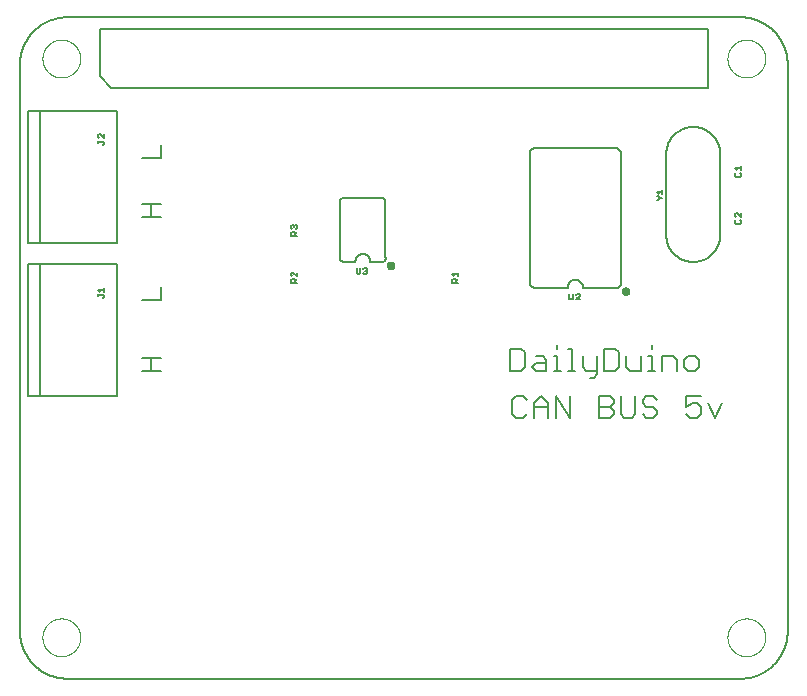
<source format=gto>
G75*
%MOIN*%
%OFA0B0*%
%FSLAX25Y25*%
%IPPOS*%
%LPD*%
%AMOC8*
5,1,8,0,0,1.08239X$1,22.5*
%
%ADD10C,0.00000*%
%ADD11C,0.00600*%
%ADD12C,0.00500*%
%ADD13C,0.00800*%
%ADD14C,0.00010*%
D10*
X0020748Y0005000D02*
X0245157Y0005000D01*
X0240827Y0018780D02*
X0240829Y0018938D01*
X0240835Y0019096D01*
X0240845Y0019254D01*
X0240859Y0019412D01*
X0240877Y0019569D01*
X0240898Y0019726D01*
X0240924Y0019882D01*
X0240954Y0020038D01*
X0240987Y0020193D01*
X0241025Y0020346D01*
X0241066Y0020499D01*
X0241111Y0020651D01*
X0241160Y0020802D01*
X0241213Y0020951D01*
X0241269Y0021099D01*
X0241329Y0021245D01*
X0241393Y0021390D01*
X0241461Y0021533D01*
X0241532Y0021675D01*
X0241606Y0021815D01*
X0241684Y0021952D01*
X0241766Y0022088D01*
X0241850Y0022222D01*
X0241939Y0022353D01*
X0242030Y0022482D01*
X0242125Y0022609D01*
X0242222Y0022734D01*
X0242323Y0022856D01*
X0242427Y0022975D01*
X0242534Y0023092D01*
X0242644Y0023206D01*
X0242757Y0023317D01*
X0242872Y0023426D01*
X0242990Y0023531D01*
X0243111Y0023633D01*
X0243234Y0023733D01*
X0243360Y0023829D01*
X0243488Y0023922D01*
X0243618Y0024012D01*
X0243751Y0024098D01*
X0243886Y0024182D01*
X0244022Y0024261D01*
X0244161Y0024338D01*
X0244302Y0024410D01*
X0244444Y0024480D01*
X0244588Y0024545D01*
X0244734Y0024607D01*
X0244881Y0024665D01*
X0245030Y0024720D01*
X0245180Y0024771D01*
X0245331Y0024818D01*
X0245483Y0024861D01*
X0245636Y0024900D01*
X0245791Y0024936D01*
X0245946Y0024967D01*
X0246102Y0024995D01*
X0246258Y0025019D01*
X0246415Y0025039D01*
X0246573Y0025055D01*
X0246730Y0025067D01*
X0246889Y0025075D01*
X0247047Y0025079D01*
X0247205Y0025079D01*
X0247363Y0025075D01*
X0247522Y0025067D01*
X0247679Y0025055D01*
X0247837Y0025039D01*
X0247994Y0025019D01*
X0248150Y0024995D01*
X0248306Y0024967D01*
X0248461Y0024936D01*
X0248616Y0024900D01*
X0248769Y0024861D01*
X0248921Y0024818D01*
X0249072Y0024771D01*
X0249222Y0024720D01*
X0249371Y0024665D01*
X0249518Y0024607D01*
X0249664Y0024545D01*
X0249808Y0024480D01*
X0249950Y0024410D01*
X0250091Y0024338D01*
X0250230Y0024261D01*
X0250366Y0024182D01*
X0250501Y0024098D01*
X0250634Y0024012D01*
X0250764Y0023922D01*
X0250892Y0023829D01*
X0251018Y0023733D01*
X0251141Y0023633D01*
X0251262Y0023531D01*
X0251380Y0023426D01*
X0251495Y0023317D01*
X0251608Y0023206D01*
X0251718Y0023092D01*
X0251825Y0022975D01*
X0251929Y0022856D01*
X0252030Y0022734D01*
X0252127Y0022609D01*
X0252222Y0022482D01*
X0252313Y0022353D01*
X0252402Y0022222D01*
X0252486Y0022088D01*
X0252568Y0021952D01*
X0252646Y0021815D01*
X0252720Y0021675D01*
X0252791Y0021533D01*
X0252859Y0021390D01*
X0252923Y0021245D01*
X0252983Y0021099D01*
X0253039Y0020951D01*
X0253092Y0020802D01*
X0253141Y0020651D01*
X0253186Y0020499D01*
X0253227Y0020346D01*
X0253265Y0020193D01*
X0253298Y0020038D01*
X0253328Y0019882D01*
X0253354Y0019726D01*
X0253375Y0019569D01*
X0253393Y0019412D01*
X0253407Y0019254D01*
X0253417Y0019096D01*
X0253423Y0018938D01*
X0253425Y0018780D01*
X0253423Y0018622D01*
X0253417Y0018464D01*
X0253407Y0018306D01*
X0253393Y0018148D01*
X0253375Y0017991D01*
X0253354Y0017834D01*
X0253328Y0017678D01*
X0253298Y0017522D01*
X0253265Y0017367D01*
X0253227Y0017214D01*
X0253186Y0017061D01*
X0253141Y0016909D01*
X0253092Y0016758D01*
X0253039Y0016609D01*
X0252983Y0016461D01*
X0252923Y0016315D01*
X0252859Y0016170D01*
X0252791Y0016027D01*
X0252720Y0015885D01*
X0252646Y0015745D01*
X0252568Y0015608D01*
X0252486Y0015472D01*
X0252402Y0015338D01*
X0252313Y0015207D01*
X0252222Y0015078D01*
X0252127Y0014951D01*
X0252030Y0014826D01*
X0251929Y0014704D01*
X0251825Y0014585D01*
X0251718Y0014468D01*
X0251608Y0014354D01*
X0251495Y0014243D01*
X0251380Y0014134D01*
X0251262Y0014029D01*
X0251141Y0013927D01*
X0251018Y0013827D01*
X0250892Y0013731D01*
X0250764Y0013638D01*
X0250634Y0013548D01*
X0250501Y0013462D01*
X0250366Y0013378D01*
X0250230Y0013299D01*
X0250091Y0013222D01*
X0249950Y0013150D01*
X0249808Y0013080D01*
X0249664Y0013015D01*
X0249518Y0012953D01*
X0249371Y0012895D01*
X0249222Y0012840D01*
X0249072Y0012789D01*
X0248921Y0012742D01*
X0248769Y0012699D01*
X0248616Y0012660D01*
X0248461Y0012624D01*
X0248306Y0012593D01*
X0248150Y0012565D01*
X0247994Y0012541D01*
X0247837Y0012521D01*
X0247679Y0012505D01*
X0247522Y0012493D01*
X0247363Y0012485D01*
X0247205Y0012481D01*
X0247047Y0012481D01*
X0246889Y0012485D01*
X0246730Y0012493D01*
X0246573Y0012505D01*
X0246415Y0012521D01*
X0246258Y0012541D01*
X0246102Y0012565D01*
X0245946Y0012593D01*
X0245791Y0012624D01*
X0245636Y0012660D01*
X0245483Y0012699D01*
X0245331Y0012742D01*
X0245180Y0012789D01*
X0245030Y0012840D01*
X0244881Y0012895D01*
X0244734Y0012953D01*
X0244588Y0013015D01*
X0244444Y0013080D01*
X0244302Y0013150D01*
X0244161Y0013222D01*
X0244022Y0013299D01*
X0243886Y0013378D01*
X0243751Y0013462D01*
X0243618Y0013548D01*
X0243488Y0013638D01*
X0243360Y0013731D01*
X0243234Y0013827D01*
X0243111Y0013927D01*
X0242990Y0014029D01*
X0242872Y0014134D01*
X0242757Y0014243D01*
X0242644Y0014354D01*
X0242534Y0014468D01*
X0242427Y0014585D01*
X0242323Y0014704D01*
X0242222Y0014826D01*
X0242125Y0014951D01*
X0242030Y0015078D01*
X0241939Y0015207D01*
X0241850Y0015338D01*
X0241766Y0015472D01*
X0241684Y0015608D01*
X0241606Y0015745D01*
X0241532Y0015885D01*
X0241461Y0016027D01*
X0241393Y0016170D01*
X0241329Y0016315D01*
X0241269Y0016461D01*
X0241213Y0016609D01*
X0241160Y0016758D01*
X0241111Y0016909D01*
X0241066Y0017061D01*
X0241025Y0017214D01*
X0240987Y0017367D01*
X0240954Y0017522D01*
X0240924Y0017678D01*
X0240898Y0017834D01*
X0240877Y0017991D01*
X0240859Y0018148D01*
X0240845Y0018306D01*
X0240835Y0018464D01*
X0240829Y0018622D01*
X0240827Y0018780D01*
X0245157Y0005000D02*
X0245538Y0005005D01*
X0245918Y0005018D01*
X0246298Y0005041D01*
X0246677Y0005074D01*
X0247055Y0005115D01*
X0247432Y0005165D01*
X0247808Y0005225D01*
X0248183Y0005293D01*
X0248555Y0005371D01*
X0248926Y0005458D01*
X0249294Y0005553D01*
X0249660Y0005658D01*
X0250023Y0005771D01*
X0250384Y0005893D01*
X0250741Y0006023D01*
X0251095Y0006163D01*
X0251446Y0006310D01*
X0251793Y0006467D01*
X0252136Y0006631D01*
X0252475Y0006804D01*
X0252810Y0006985D01*
X0253141Y0007174D01*
X0253466Y0007371D01*
X0253787Y0007575D01*
X0254103Y0007788D01*
X0254413Y0008008D01*
X0254719Y0008235D01*
X0255018Y0008470D01*
X0255312Y0008712D01*
X0255600Y0008960D01*
X0255882Y0009216D01*
X0256157Y0009479D01*
X0256426Y0009748D01*
X0256689Y0010023D01*
X0256945Y0010305D01*
X0257193Y0010593D01*
X0257435Y0010887D01*
X0257670Y0011186D01*
X0257897Y0011492D01*
X0258117Y0011802D01*
X0258330Y0012118D01*
X0258534Y0012439D01*
X0258731Y0012764D01*
X0258920Y0013095D01*
X0259101Y0013430D01*
X0259274Y0013769D01*
X0259438Y0014112D01*
X0259595Y0014459D01*
X0259742Y0014810D01*
X0259882Y0015164D01*
X0260012Y0015521D01*
X0260134Y0015882D01*
X0260247Y0016245D01*
X0260352Y0016611D01*
X0260447Y0016979D01*
X0260534Y0017350D01*
X0260612Y0017722D01*
X0260680Y0018097D01*
X0260740Y0018473D01*
X0260790Y0018850D01*
X0260831Y0019228D01*
X0260864Y0019607D01*
X0260887Y0019987D01*
X0260900Y0020367D01*
X0260905Y0020748D01*
X0260906Y0020748D02*
X0260906Y0209724D01*
X0240827Y0211693D02*
X0240829Y0211851D01*
X0240835Y0212009D01*
X0240845Y0212167D01*
X0240859Y0212325D01*
X0240877Y0212482D01*
X0240898Y0212639D01*
X0240924Y0212795D01*
X0240954Y0212951D01*
X0240987Y0213106D01*
X0241025Y0213259D01*
X0241066Y0213412D01*
X0241111Y0213564D01*
X0241160Y0213715D01*
X0241213Y0213864D01*
X0241269Y0214012D01*
X0241329Y0214158D01*
X0241393Y0214303D01*
X0241461Y0214446D01*
X0241532Y0214588D01*
X0241606Y0214728D01*
X0241684Y0214865D01*
X0241766Y0215001D01*
X0241850Y0215135D01*
X0241939Y0215266D01*
X0242030Y0215395D01*
X0242125Y0215522D01*
X0242222Y0215647D01*
X0242323Y0215769D01*
X0242427Y0215888D01*
X0242534Y0216005D01*
X0242644Y0216119D01*
X0242757Y0216230D01*
X0242872Y0216339D01*
X0242990Y0216444D01*
X0243111Y0216546D01*
X0243234Y0216646D01*
X0243360Y0216742D01*
X0243488Y0216835D01*
X0243618Y0216925D01*
X0243751Y0217011D01*
X0243886Y0217095D01*
X0244022Y0217174D01*
X0244161Y0217251D01*
X0244302Y0217323D01*
X0244444Y0217393D01*
X0244588Y0217458D01*
X0244734Y0217520D01*
X0244881Y0217578D01*
X0245030Y0217633D01*
X0245180Y0217684D01*
X0245331Y0217731D01*
X0245483Y0217774D01*
X0245636Y0217813D01*
X0245791Y0217849D01*
X0245946Y0217880D01*
X0246102Y0217908D01*
X0246258Y0217932D01*
X0246415Y0217952D01*
X0246573Y0217968D01*
X0246730Y0217980D01*
X0246889Y0217988D01*
X0247047Y0217992D01*
X0247205Y0217992D01*
X0247363Y0217988D01*
X0247522Y0217980D01*
X0247679Y0217968D01*
X0247837Y0217952D01*
X0247994Y0217932D01*
X0248150Y0217908D01*
X0248306Y0217880D01*
X0248461Y0217849D01*
X0248616Y0217813D01*
X0248769Y0217774D01*
X0248921Y0217731D01*
X0249072Y0217684D01*
X0249222Y0217633D01*
X0249371Y0217578D01*
X0249518Y0217520D01*
X0249664Y0217458D01*
X0249808Y0217393D01*
X0249950Y0217323D01*
X0250091Y0217251D01*
X0250230Y0217174D01*
X0250366Y0217095D01*
X0250501Y0217011D01*
X0250634Y0216925D01*
X0250764Y0216835D01*
X0250892Y0216742D01*
X0251018Y0216646D01*
X0251141Y0216546D01*
X0251262Y0216444D01*
X0251380Y0216339D01*
X0251495Y0216230D01*
X0251608Y0216119D01*
X0251718Y0216005D01*
X0251825Y0215888D01*
X0251929Y0215769D01*
X0252030Y0215647D01*
X0252127Y0215522D01*
X0252222Y0215395D01*
X0252313Y0215266D01*
X0252402Y0215135D01*
X0252486Y0215001D01*
X0252568Y0214865D01*
X0252646Y0214728D01*
X0252720Y0214588D01*
X0252791Y0214446D01*
X0252859Y0214303D01*
X0252923Y0214158D01*
X0252983Y0214012D01*
X0253039Y0213864D01*
X0253092Y0213715D01*
X0253141Y0213564D01*
X0253186Y0213412D01*
X0253227Y0213259D01*
X0253265Y0213106D01*
X0253298Y0212951D01*
X0253328Y0212795D01*
X0253354Y0212639D01*
X0253375Y0212482D01*
X0253393Y0212325D01*
X0253407Y0212167D01*
X0253417Y0212009D01*
X0253423Y0211851D01*
X0253425Y0211693D01*
X0253423Y0211535D01*
X0253417Y0211377D01*
X0253407Y0211219D01*
X0253393Y0211061D01*
X0253375Y0210904D01*
X0253354Y0210747D01*
X0253328Y0210591D01*
X0253298Y0210435D01*
X0253265Y0210280D01*
X0253227Y0210127D01*
X0253186Y0209974D01*
X0253141Y0209822D01*
X0253092Y0209671D01*
X0253039Y0209522D01*
X0252983Y0209374D01*
X0252923Y0209228D01*
X0252859Y0209083D01*
X0252791Y0208940D01*
X0252720Y0208798D01*
X0252646Y0208658D01*
X0252568Y0208521D01*
X0252486Y0208385D01*
X0252402Y0208251D01*
X0252313Y0208120D01*
X0252222Y0207991D01*
X0252127Y0207864D01*
X0252030Y0207739D01*
X0251929Y0207617D01*
X0251825Y0207498D01*
X0251718Y0207381D01*
X0251608Y0207267D01*
X0251495Y0207156D01*
X0251380Y0207047D01*
X0251262Y0206942D01*
X0251141Y0206840D01*
X0251018Y0206740D01*
X0250892Y0206644D01*
X0250764Y0206551D01*
X0250634Y0206461D01*
X0250501Y0206375D01*
X0250366Y0206291D01*
X0250230Y0206212D01*
X0250091Y0206135D01*
X0249950Y0206063D01*
X0249808Y0205993D01*
X0249664Y0205928D01*
X0249518Y0205866D01*
X0249371Y0205808D01*
X0249222Y0205753D01*
X0249072Y0205702D01*
X0248921Y0205655D01*
X0248769Y0205612D01*
X0248616Y0205573D01*
X0248461Y0205537D01*
X0248306Y0205506D01*
X0248150Y0205478D01*
X0247994Y0205454D01*
X0247837Y0205434D01*
X0247679Y0205418D01*
X0247522Y0205406D01*
X0247363Y0205398D01*
X0247205Y0205394D01*
X0247047Y0205394D01*
X0246889Y0205398D01*
X0246730Y0205406D01*
X0246573Y0205418D01*
X0246415Y0205434D01*
X0246258Y0205454D01*
X0246102Y0205478D01*
X0245946Y0205506D01*
X0245791Y0205537D01*
X0245636Y0205573D01*
X0245483Y0205612D01*
X0245331Y0205655D01*
X0245180Y0205702D01*
X0245030Y0205753D01*
X0244881Y0205808D01*
X0244734Y0205866D01*
X0244588Y0205928D01*
X0244444Y0205993D01*
X0244302Y0206063D01*
X0244161Y0206135D01*
X0244022Y0206212D01*
X0243886Y0206291D01*
X0243751Y0206375D01*
X0243618Y0206461D01*
X0243488Y0206551D01*
X0243360Y0206644D01*
X0243234Y0206740D01*
X0243111Y0206840D01*
X0242990Y0206942D01*
X0242872Y0207047D01*
X0242757Y0207156D01*
X0242644Y0207267D01*
X0242534Y0207381D01*
X0242427Y0207498D01*
X0242323Y0207617D01*
X0242222Y0207739D01*
X0242125Y0207864D01*
X0242030Y0207991D01*
X0241939Y0208120D01*
X0241850Y0208251D01*
X0241766Y0208385D01*
X0241684Y0208521D01*
X0241606Y0208658D01*
X0241532Y0208798D01*
X0241461Y0208940D01*
X0241393Y0209083D01*
X0241329Y0209228D01*
X0241269Y0209374D01*
X0241213Y0209522D01*
X0241160Y0209671D01*
X0241111Y0209822D01*
X0241066Y0209974D01*
X0241025Y0210127D01*
X0240987Y0210280D01*
X0240954Y0210435D01*
X0240924Y0210591D01*
X0240898Y0210747D01*
X0240877Y0210904D01*
X0240859Y0211061D01*
X0240845Y0211219D01*
X0240835Y0211377D01*
X0240829Y0211535D01*
X0240827Y0211693D01*
X0245157Y0225472D02*
X0245538Y0225467D01*
X0245918Y0225454D01*
X0246298Y0225431D01*
X0246677Y0225398D01*
X0247055Y0225357D01*
X0247432Y0225307D01*
X0247808Y0225247D01*
X0248183Y0225179D01*
X0248555Y0225101D01*
X0248926Y0225014D01*
X0249294Y0224919D01*
X0249660Y0224814D01*
X0250023Y0224701D01*
X0250384Y0224579D01*
X0250741Y0224449D01*
X0251095Y0224309D01*
X0251446Y0224162D01*
X0251793Y0224005D01*
X0252136Y0223841D01*
X0252475Y0223668D01*
X0252810Y0223487D01*
X0253141Y0223298D01*
X0253466Y0223101D01*
X0253787Y0222897D01*
X0254103Y0222684D01*
X0254413Y0222464D01*
X0254719Y0222237D01*
X0255018Y0222002D01*
X0255312Y0221760D01*
X0255600Y0221512D01*
X0255882Y0221256D01*
X0256157Y0220993D01*
X0256426Y0220724D01*
X0256689Y0220449D01*
X0256945Y0220167D01*
X0257193Y0219879D01*
X0257435Y0219585D01*
X0257670Y0219286D01*
X0257897Y0218980D01*
X0258117Y0218670D01*
X0258330Y0218354D01*
X0258534Y0218033D01*
X0258731Y0217708D01*
X0258920Y0217377D01*
X0259101Y0217042D01*
X0259274Y0216703D01*
X0259438Y0216360D01*
X0259595Y0216013D01*
X0259742Y0215662D01*
X0259882Y0215308D01*
X0260012Y0214951D01*
X0260134Y0214590D01*
X0260247Y0214227D01*
X0260352Y0213861D01*
X0260447Y0213493D01*
X0260534Y0213122D01*
X0260612Y0212750D01*
X0260680Y0212375D01*
X0260740Y0211999D01*
X0260790Y0211622D01*
X0260831Y0211244D01*
X0260864Y0210865D01*
X0260887Y0210485D01*
X0260900Y0210105D01*
X0260905Y0209724D01*
X0245157Y0225472D02*
X0020748Y0225472D01*
X0012481Y0211693D02*
X0012483Y0211851D01*
X0012489Y0212009D01*
X0012499Y0212167D01*
X0012513Y0212325D01*
X0012531Y0212482D01*
X0012552Y0212639D01*
X0012578Y0212795D01*
X0012608Y0212951D01*
X0012641Y0213106D01*
X0012679Y0213259D01*
X0012720Y0213412D01*
X0012765Y0213564D01*
X0012814Y0213715D01*
X0012867Y0213864D01*
X0012923Y0214012D01*
X0012983Y0214158D01*
X0013047Y0214303D01*
X0013115Y0214446D01*
X0013186Y0214588D01*
X0013260Y0214728D01*
X0013338Y0214865D01*
X0013420Y0215001D01*
X0013504Y0215135D01*
X0013593Y0215266D01*
X0013684Y0215395D01*
X0013779Y0215522D01*
X0013876Y0215647D01*
X0013977Y0215769D01*
X0014081Y0215888D01*
X0014188Y0216005D01*
X0014298Y0216119D01*
X0014411Y0216230D01*
X0014526Y0216339D01*
X0014644Y0216444D01*
X0014765Y0216546D01*
X0014888Y0216646D01*
X0015014Y0216742D01*
X0015142Y0216835D01*
X0015272Y0216925D01*
X0015405Y0217011D01*
X0015540Y0217095D01*
X0015676Y0217174D01*
X0015815Y0217251D01*
X0015956Y0217323D01*
X0016098Y0217393D01*
X0016242Y0217458D01*
X0016388Y0217520D01*
X0016535Y0217578D01*
X0016684Y0217633D01*
X0016834Y0217684D01*
X0016985Y0217731D01*
X0017137Y0217774D01*
X0017290Y0217813D01*
X0017445Y0217849D01*
X0017600Y0217880D01*
X0017756Y0217908D01*
X0017912Y0217932D01*
X0018069Y0217952D01*
X0018227Y0217968D01*
X0018384Y0217980D01*
X0018543Y0217988D01*
X0018701Y0217992D01*
X0018859Y0217992D01*
X0019017Y0217988D01*
X0019176Y0217980D01*
X0019333Y0217968D01*
X0019491Y0217952D01*
X0019648Y0217932D01*
X0019804Y0217908D01*
X0019960Y0217880D01*
X0020115Y0217849D01*
X0020270Y0217813D01*
X0020423Y0217774D01*
X0020575Y0217731D01*
X0020726Y0217684D01*
X0020876Y0217633D01*
X0021025Y0217578D01*
X0021172Y0217520D01*
X0021318Y0217458D01*
X0021462Y0217393D01*
X0021604Y0217323D01*
X0021745Y0217251D01*
X0021884Y0217174D01*
X0022020Y0217095D01*
X0022155Y0217011D01*
X0022288Y0216925D01*
X0022418Y0216835D01*
X0022546Y0216742D01*
X0022672Y0216646D01*
X0022795Y0216546D01*
X0022916Y0216444D01*
X0023034Y0216339D01*
X0023149Y0216230D01*
X0023262Y0216119D01*
X0023372Y0216005D01*
X0023479Y0215888D01*
X0023583Y0215769D01*
X0023684Y0215647D01*
X0023781Y0215522D01*
X0023876Y0215395D01*
X0023967Y0215266D01*
X0024056Y0215135D01*
X0024140Y0215001D01*
X0024222Y0214865D01*
X0024300Y0214728D01*
X0024374Y0214588D01*
X0024445Y0214446D01*
X0024513Y0214303D01*
X0024577Y0214158D01*
X0024637Y0214012D01*
X0024693Y0213864D01*
X0024746Y0213715D01*
X0024795Y0213564D01*
X0024840Y0213412D01*
X0024881Y0213259D01*
X0024919Y0213106D01*
X0024952Y0212951D01*
X0024982Y0212795D01*
X0025008Y0212639D01*
X0025029Y0212482D01*
X0025047Y0212325D01*
X0025061Y0212167D01*
X0025071Y0212009D01*
X0025077Y0211851D01*
X0025079Y0211693D01*
X0025077Y0211535D01*
X0025071Y0211377D01*
X0025061Y0211219D01*
X0025047Y0211061D01*
X0025029Y0210904D01*
X0025008Y0210747D01*
X0024982Y0210591D01*
X0024952Y0210435D01*
X0024919Y0210280D01*
X0024881Y0210127D01*
X0024840Y0209974D01*
X0024795Y0209822D01*
X0024746Y0209671D01*
X0024693Y0209522D01*
X0024637Y0209374D01*
X0024577Y0209228D01*
X0024513Y0209083D01*
X0024445Y0208940D01*
X0024374Y0208798D01*
X0024300Y0208658D01*
X0024222Y0208521D01*
X0024140Y0208385D01*
X0024056Y0208251D01*
X0023967Y0208120D01*
X0023876Y0207991D01*
X0023781Y0207864D01*
X0023684Y0207739D01*
X0023583Y0207617D01*
X0023479Y0207498D01*
X0023372Y0207381D01*
X0023262Y0207267D01*
X0023149Y0207156D01*
X0023034Y0207047D01*
X0022916Y0206942D01*
X0022795Y0206840D01*
X0022672Y0206740D01*
X0022546Y0206644D01*
X0022418Y0206551D01*
X0022288Y0206461D01*
X0022155Y0206375D01*
X0022020Y0206291D01*
X0021884Y0206212D01*
X0021745Y0206135D01*
X0021604Y0206063D01*
X0021462Y0205993D01*
X0021318Y0205928D01*
X0021172Y0205866D01*
X0021025Y0205808D01*
X0020876Y0205753D01*
X0020726Y0205702D01*
X0020575Y0205655D01*
X0020423Y0205612D01*
X0020270Y0205573D01*
X0020115Y0205537D01*
X0019960Y0205506D01*
X0019804Y0205478D01*
X0019648Y0205454D01*
X0019491Y0205434D01*
X0019333Y0205418D01*
X0019176Y0205406D01*
X0019017Y0205398D01*
X0018859Y0205394D01*
X0018701Y0205394D01*
X0018543Y0205398D01*
X0018384Y0205406D01*
X0018227Y0205418D01*
X0018069Y0205434D01*
X0017912Y0205454D01*
X0017756Y0205478D01*
X0017600Y0205506D01*
X0017445Y0205537D01*
X0017290Y0205573D01*
X0017137Y0205612D01*
X0016985Y0205655D01*
X0016834Y0205702D01*
X0016684Y0205753D01*
X0016535Y0205808D01*
X0016388Y0205866D01*
X0016242Y0205928D01*
X0016098Y0205993D01*
X0015956Y0206063D01*
X0015815Y0206135D01*
X0015676Y0206212D01*
X0015540Y0206291D01*
X0015405Y0206375D01*
X0015272Y0206461D01*
X0015142Y0206551D01*
X0015014Y0206644D01*
X0014888Y0206740D01*
X0014765Y0206840D01*
X0014644Y0206942D01*
X0014526Y0207047D01*
X0014411Y0207156D01*
X0014298Y0207267D01*
X0014188Y0207381D01*
X0014081Y0207498D01*
X0013977Y0207617D01*
X0013876Y0207739D01*
X0013779Y0207864D01*
X0013684Y0207991D01*
X0013593Y0208120D01*
X0013504Y0208251D01*
X0013420Y0208385D01*
X0013338Y0208521D01*
X0013260Y0208658D01*
X0013186Y0208798D01*
X0013115Y0208940D01*
X0013047Y0209083D01*
X0012983Y0209228D01*
X0012923Y0209374D01*
X0012867Y0209522D01*
X0012814Y0209671D01*
X0012765Y0209822D01*
X0012720Y0209974D01*
X0012679Y0210127D01*
X0012641Y0210280D01*
X0012608Y0210435D01*
X0012578Y0210591D01*
X0012552Y0210747D01*
X0012531Y0210904D01*
X0012513Y0211061D01*
X0012499Y0211219D01*
X0012489Y0211377D01*
X0012483Y0211535D01*
X0012481Y0211693D01*
X0005000Y0209724D02*
X0005000Y0020748D01*
X0012481Y0018780D02*
X0012483Y0018938D01*
X0012489Y0019096D01*
X0012499Y0019254D01*
X0012513Y0019412D01*
X0012531Y0019569D01*
X0012552Y0019726D01*
X0012578Y0019882D01*
X0012608Y0020038D01*
X0012641Y0020193D01*
X0012679Y0020346D01*
X0012720Y0020499D01*
X0012765Y0020651D01*
X0012814Y0020802D01*
X0012867Y0020951D01*
X0012923Y0021099D01*
X0012983Y0021245D01*
X0013047Y0021390D01*
X0013115Y0021533D01*
X0013186Y0021675D01*
X0013260Y0021815D01*
X0013338Y0021952D01*
X0013420Y0022088D01*
X0013504Y0022222D01*
X0013593Y0022353D01*
X0013684Y0022482D01*
X0013779Y0022609D01*
X0013876Y0022734D01*
X0013977Y0022856D01*
X0014081Y0022975D01*
X0014188Y0023092D01*
X0014298Y0023206D01*
X0014411Y0023317D01*
X0014526Y0023426D01*
X0014644Y0023531D01*
X0014765Y0023633D01*
X0014888Y0023733D01*
X0015014Y0023829D01*
X0015142Y0023922D01*
X0015272Y0024012D01*
X0015405Y0024098D01*
X0015540Y0024182D01*
X0015676Y0024261D01*
X0015815Y0024338D01*
X0015956Y0024410D01*
X0016098Y0024480D01*
X0016242Y0024545D01*
X0016388Y0024607D01*
X0016535Y0024665D01*
X0016684Y0024720D01*
X0016834Y0024771D01*
X0016985Y0024818D01*
X0017137Y0024861D01*
X0017290Y0024900D01*
X0017445Y0024936D01*
X0017600Y0024967D01*
X0017756Y0024995D01*
X0017912Y0025019D01*
X0018069Y0025039D01*
X0018227Y0025055D01*
X0018384Y0025067D01*
X0018543Y0025075D01*
X0018701Y0025079D01*
X0018859Y0025079D01*
X0019017Y0025075D01*
X0019176Y0025067D01*
X0019333Y0025055D01*
X0019491Y0025039D01*
X0019648Y0025019D01*
X0019804Y0024995D01*
X0019960Y0024967D01*
X0020115Y0024936D01*
X0020270Y0024900D01*
X0020423Y0024861D01*
X0020575Y0024818D01*
X0020726Y0024771D01*
X0020876Y0024720D01*
X0021025Y0024665D01*
X0021172Y0024607D01*
X0021318Y0024545D01*
X0021462Y0024480D01*
X0021604Y0024410D01*
X0021745Y0024338D01*
X0021884Y0024261D01*
X0022020Y0024182D01*
X0022155Y0024098D01*
X0022288Y0024012D01*
X0022418Y0023922D01*
X0022546Y0023829D01*
X0022672Y0023733D01*
X0022795Y0023633D01*
X0022916Y0023531D01*
X0023034Y0023426D01*
X0023149Y0023317D01*
X0023262Y0023206D01*
X0023372Y0023092D01*
X0023479Y0022975D01*
X0023583Y0022856D01*
X0023684Y0022734D01*
X0023781Y0022609D01*
X0023876Y0022482D01*
X0023967Y0022353D01*
X0024056Y0022222D01*
X0024140Y0022088D01*
X0024222Y0021952D01*
X0024300Y0021815D01*
X0024374Y0021675D01*
X0024445Y0021533D01*
X0024513Y0021390D01*
X0024577Y0021245D01*
X0024637Y0021099D01*
X0024693Y0020951D01*
X0024746Y0020802D01*
X0024795Y0020651D01*
X0024840Y0020499D01*
X0024881Y0020346D01*
X0024919Y0020193D01*
X0024952Y0020038D01*
X0024982Y0019882D01*
X0025008Y0019726D01*
X0025029Y0019569D01*
X0025047Y0019412D01*
X0025061Y0019254D01*
X0025071Y0019096D01*
X0025077Y0018938D01*
X0025079Y0018780D01*
X0025077Y0018622D01*
X0025071Y0018464D01*
X0025061Y0018306D01*
X0025047Y0018148D01*
X0025029Y0017991D01*
X0025008Y0017834D01*
X0024982Y0017678D01*
X0024952Y0017522D01*
X0024919Y0017367D01*
X0024881Y0017214D01*
X0024840Y0017061D01*
X0024795Y0016909D01*
X0024746Y0016758D01*
X0024693Y0016609D01*
X0024637Y0016461D01*
X0024577Y0016315D01*
X0024513Y0016170D01*
X0024445Y0016027D01*
X0024374Y0015885D01*
X0024300Y0015745D01*
X0024222Y0015608D01*
X0024140Y0015472D01*
X0024056Y0015338D01*
X0023967Y0015207D01*
X0023876Y0015078D01*
X0023781Y0014951D01*
X0023684Y0014826D01*
X0023583Y0014704D01*
X0023479Y0014585D01*
X0023372Y0014468D01*
X0023262Y0014354D01*
X0023149Y0014243D01*
X0023034Y0014134D01*
X0022916Y0014029D01*
X0022795Y0013927D01*
X0022672Y0013827D01*
X0022546Y0013731D01*
X0022418Y0013638D01*
X0022288Y0013548D01*
X0022155Y0013462D01*
X0022020Y0013378D01*
X0021884Y0013299D01*
X0021745Y0013222D01*
X0021604Y0013150D01*
X0021462Y0013080D01*
X0021318Y0013015D01*
X0021172Y0012953D01*
X0021025Y0012895D01*
X0020876Y0012840D01*
X0020726Y0012789D01*
X0020575Y0012742D01*
X0020423Y0012699D01*
X0020270Y0012660D01*
X0020115Y0012624D01*
X0019960Y0012593D01*
X0019804Y0012565D01*
X0019648Y0012541D01*
X0019491Y0012521D01*
X0019333Y0012505D01*
X0019176Y0012493D01*
X0019017Y0012485D01*
X0018859Y0012481D01*
X0018701Y0012481D01*
X0018543Y0012485D01*
X0018384Y0012493D01*
X0018227Y0012505D01*
X0018069Y0012521D01*
X0017912Y0012541D01*
X0017756Y0012565D01*
X0017600Y0012593D01*
X0017445Y0012624D01*
X0017290Y0012660D01*
X0017137Y0012699D01*
X0016985Y0012742D01*
X0016834Y0012789D01*
X0016684Y0012840D01*
X0016535Y0012895D01*
X0016388Y0012953D01*
X0016242Y0013015D01*
X0016098Y0013080D01*
X0015956Y0013150D01*
X0015815Y0013222D01*
X0015676Y0013299D01*
X0015540Y0013378D01*
X0015405Y0013462D01*
X0015272Y0013548D01*
X0015142Y0013638D01*
X0015014Y0013731D01*
X0014888Y0013827D01*
X0014765Y0013927D01*
X0014644Y0014029D01*
X0014526Y0014134D01*
X0014411Y0014243D01*
X0014298Y0014354D01*
X0014188Y0014468D01*
X0014081Y0014585D01*
X0013977Y0014704D01*
X0013876Y0014826D01*
X0013779Y0014951D01*
X0013684Y0015078D01*
X0013593Y0015207D01*
X0013504Y0015338D01*
X0013420Y0015472D01*
X0013338Y0015608D01*
X0013260Y0015745D01*
X0013186Y0015885D01*
X0013115Y0016027D01*
X0013047Y0016170D01*
X0012983Y0016315D01*
X0012923Y0016461D01*
X0012867Y0016609D01*
X0012814Y0016758D01*
X0012765Y0016909D01*
X0012720Y0017061D01*
X0012679Y0017214D01*
X0012641Y0017367D01*
X0012608Y0017522D01*
X0012578Y0017678D01*
X0012552Y0017834D01*
X0012531Y0017991D01*
X0012513Y0018148D01*
X0012499Y0018306D01*
X0012489Y0018464D01*
X0012483Y0018622D01*
X0012481Y0018780D01*
X0005000Y0020748D02*
X0005005Y0020367D01*
X0005018Y0019987D01*
X0005041Y0019607D01*
X0005074Y0019228D01*
X0005115Y0018850D01*
X0005165Y0018473D01*
X0005225Y0018097D01*
X0005293Y0017722D01*
X0005371Y0017350D01*
X0005458Y0016979D01*
X0005553Y0016611D01*
X0005658Y0016245D01*
X0005771Y0015882D01*
X0005893Y0015521D01*
X0006023Y0015164D01*
X0006163Y0014810D01*
X0006310Y0014459D01*
X0006467Y0014112D01*
X0006631Y0013769D01*
X0006804Y0013430D01*
X0006985Y0013095D01*
X0007174Y0012764D01*
X0007371Y0012439D01*
X0007575Y0012118D01*
X0007788Y0011802D01*
X0008008Y0011492D01*
X0008235Y0011186D01*
X0008470Y0010887D01*
X0008712Y0010593D01*
X0008960Y0010305D01*
X0009216Y0010023D01*
X0009479Y0009748D01*
X0009748Y0009479D01*
X0010023Y0009216D01*
X0010305Y0008960D01*
X0010593Y0008712D01*
X0010887Y0008470D01*
X0011186Y0008235D01*
X0011492Y0008008D01*
X0011802Y0007788D01*
X0012118Y0007575D01*
X0012439Y0007371D01*
X0012764Y0007174D01*
X0013095Y0006985D01*
X0013430Y0006804D01*
X0013769Y0006631D01*
X0014112Y0006467D01*
X0014459Y0006310D01*
X0014810Y0006163D01*
X0015164Y0006023D01*
X0015521Y0005893D01*
X0015882Y0005771D01*
X0016245Y0005658D01*
X0016611Y0005553D01*
X0016979Y0005458D01*
X0017350Y0005371D01*
X0017722Y0005293D01*
X0018097Y0005225D01*
X0018473Y0005165D01*
X0018850Y0005115D01*
X0019228Y0005074D01*
X0019607Y0005041D01*
X0019987Y0005018D01*
X0020367Y0005005D01*
X0020748Y0005000D01*
X0005000Y0209724D02*
X0005005Y0210105D01*
X0005018Y0210485D01*
X0005041Y0210865D01*
X0005074Y0211244D01*
X0005115Y0211622D01*
X0005165Y0211999D01*
X0005225Y0212375D01*
X0005293Y0212750D01*
X0005371Y0213122D01*
X0005458Y0213493D01*
X0005553Y0213861D01*
X0005658Y0214227D01*
X0005771Y0214590D01*
X0005893Y0214951D01*
X0006023Y0215308D01*
X0006163Y0215662D01*
X0006310Y0216013D01*
X0006467Y0216360D01*
X0006631Y0216703D01*
X0006804Y0217042D01*
X0006985Y0217377D01*
X0007174Y0217708D01*
X0007371Y0218033D01*
X0007575Y0218354D01*
X0007788Y0218670D01*
X0008008Y0218980D01*
X0008235Y0219286D01*
X0008470Y0219585D01*
X0008712Y0219879D01*
X0008960Y0220167D01*
X0009216Y0220449D01*
X0009479Y0220724D01*
X0009748Y0220993D01*
X0010023Y0221256D01*
X0010305Y0221512D01*
X0010593Y0221760D01*
X0010887Y0222002D01*
X0011186Y0222237D01*
X0011492Y0222464D01*
X0011802Y0222684D01*
X0012118Y0222897D01*
X0012439Y0223101D01*
X0012764Y0223298D01*
X0013095Y0223487D01*
X0013430Y0223668D01*
X0013769Y0223841D01*
X0014112Y0224005D01*
X0014459Y0224162D01*
X0014810Y0224309D01*
X0015164Y0224449D01*
X0015521Y0224579D01*
X0015882Y0224701D01*
X0016245Y0224814D01*
X0016611Y0224919D01*
X0016979Y0225014D01*
X0017350Y0225101D01*
X0017722Y0225179D01*
X0018097Y0225247D01*
X0018473Y0225307D01*
X0018850Y0225357D01*
X0019228Y0225398D01*
X0019607Y0225431D01*
X0019987Y0225454D01*
X0020367Y0225467D01*
X0020748Y0225472D01*
D11*
X0051944Y0182799D02*
X0051944Y0178528D01*
X0045539Y0178528D01*
X0045539Y0163114D02*
X0051944Y0163114D01*
X0048741Y0163114D02*
X0048741Y0158843D01*
X0045539Y0158843D02*
X0051944Y0158843D01*
X0051944Y0135555D02*
X0051944Y0131284D01*
X0045539Y0131284D01*
X0045539Y0111933D02*
X0051944Y0111933D01*
X0048741Y0111933D02*
X0048741Y0107662D01*
X0045539Y0107662D02*
X0051944Y0107662D01*
X0168394Y0107662D02*
X0172034Y0107662D01*
X0173247Y0108876D01*
X0173247Y0113729D01*
X0172034Y0114942D01*
X0168394Y0114942D01*
X0168394Y0107662D01*
X0175644Y0108876D02*
X0176857Y0110089D01*
X0180498Y0110089D01*
X0180498Y0111302D02*
X0180498Y0107662D01*
X0176857Y0107662D01*
X0175644Y0108876D01*
X0176857Y0112516D02*
X0179284Y0112516D01*
X0180498Y0111302D01*
X0182894Y0112516D02*
X0184108Y0112516D01*
X0184108Y0107662D01*
X0185321Y0107662D02*
X0182894Y0107662D01*
X0187728Y0107662D02*
X0190155Y0107662D01*
X0188941Y0107662D02*
X0188941Y0114942D01*
X0187728Y0114942D01*
X0184108Y0114942D02*
X0184108Y0116156D01*
X0192561Y0112516D02*
X0192561Y0108876D01*
X0193775Y0107662D01*
X0197415Y0107662D01*
X0197415Y0106449D02*
X0196202Y0105235D01*
X0194988Y0105235D01*
X0197415Y0106449D02*
X0197415Y0112516D01*
X0199812Y0114942D02*
X0203452Y0114942D01*
X0204665Y0113729D01*
X0204665Y0108876D01*
X0203452Y0107662D01*
X0199812Y0107662D01*
X0199812Y0114942D01*
X0207062Y0112516D02*
X0207062Y0108876D01*
X0208275Y0107662D01*
X0211916Y0107662D01*
X0211916Y0112516D01*
X0214312Y0112516D02*
X0215526Y0112516D01*
X0215526Y0107662D01*
X0216739Y0107662D02*
X0214312Y0107662D01*
X0219146Y0107662D02*
X0219146Y0112516D01*
X0222786Y0112516D01*
X0223999Y0111302D01*
X0223999Y0107662D01*
X0226396Y0108876D02*
X0226396Y0111302D01*
X0227609Y0112516D01*
X0230036Y0112516D01*
X0231250Y0111302D01*
X0231250Y0108876D01*
X0230036Y0107662D01*
X0227609Y0107662D01*
X0226396Y0108876D01*
X0227020Y0099194D02*
X0227020Y0095554D01*
X0229447Y0096768D01*
X0230660Y0096768D01*
X0231873Y0095554D01*
X0231873Y0093128D01*
X0230660Y0091914D01*
X0228233Y0091914D01*
X0227020Y0093128D01*
X0227020Y0099194D02*
X0231873Y0099194D01*
X0234270Y0096768D02*
X0236697Y0091914D01*
X0239124Y0096768D01*
X0217373Y0097981D02*
X0216159Y0099194D01*
X0213733Y0099194D01*
X0212519Y0097981D01*
X0212519Y0096768D01*
X0213733Y0095554D01*
X0216159Y0095554D01*
X0217373Y0094341D01*
X0217373Y0093128D01*
X0216159Y0091914D01*
X0213733Y0091914D01*
X0212519Y0093128D01*
X0210122Y0093128D02*
X0210122Y0099194D01*
X0205269Y0099194D02*
X0205269Y0093128D01*
X0206482Y0091914D01*
X0208909Y0091914D01*
X0210122Y0093128D01*
X0202872Y0093128D02*
X0201659Y0091914D01*
X0198019Y0091914D01*
X0198019Y0099194D01*
X0201659Y0099194D01*
X0202872Y0097981D01*
X0202872Y0096768D01*
X0201659Y0095554D01*
X0198019Y0095554D01*
X0201659Y0095554D02*
X0202872Y0094341D01*
X0202872Y0093128D01*
X0188372Y0091914D02*
X0188372Y0099194D01*
X0183518Y0099194D02*
X0188372Y0091914D01*
X0183518Y0091914D02*
X0183518Y0099194D01*
X0181121Y0096768D02*
X0181121Y0091914D01*
X0176268Y0091914D02*
X0176268Y0096768D01*
X0178695Y0099194D01*
X0181121Y0096768D01*
X0181121Y0095554D02*
X0176268Y0095554D01*
X0173871Y0097981D02*
X0172658Y0099194D01*
X0170231Y0099194D01*
X0169018Y0097981D01*
X0169018Y0093128D01*
X0170231Y0091914D01*
X0172658Y0091914D01*
X0173871Y0093128D01*
X0215526Y0114942D02*
X0215526Y0116156D01*
D12*
X0245157Y0005000D02*
X0020748Y0005000D01*
X0020367Y0005005D01*
X0019987Y0005018D01*
X0019607Y0005041D01*
X0019228Y0005074D01*
X0018850Y0005115D01*
X0018473Y0005165D01*
X0018097Y0005225D01*
X0017722Y0005293D01*
X0017350Y0005371D01*
X0016979Y0005458D01*
X0016611Y0005553D01*
X0016245Y0005658D01*
X0015882Y0005771D01*
X0015521Y0005893D01*
X0015164Y0006023D01*
X0014810Y0006163D01*
X0014459Y0006310D01*
X0014112Y0006467D01*
X0013769Y0006631D01*
X0013430Y0006804D01*
X0013095Y0006985D01*
X0012764Y0007174D01*
X0012439Y0007371D01*
X0012118Y0007575D01*
X0011802Y0007788D01*
X0011492Y0008008D01*
X0011186Y0008235D01*
X0010887Y0008470D01*
X0010593Y0008712D01*
X0010305Y0008960D01*
X0010023Y0009216D01*
X0009748Y0009479D01*
X0009479Y0009748D01*
X0009216Y0010023D01*
X0008960Y0010305D01*
X0008712Y0010593D01*
X0008470Y0010887D01*
X0008235Y0011186D01*
X0008008Y0011492D01*
X0007788Y0011802D01*
X0007575Y0012118D01*
X0007371Y0012439D01*
X0007174Y0012764D01*
X0006985Y0013095D01*
X0006804Y0013430D01*
X0006631Y0013769D01*
X0006467Y0014112D01*
X0006310Y0014459D01*
X0006163Y0014810D01*
X0006023Y0015164D01*
X0005893Y0015521D01*
X0005771Y0015882D01*
X0005658Y0016245D01*
X0005553Y0016611D01*
X0005458Y0016979D01*
X0005371Y0017350D01*
X0005293Y0017722D01*
X0005225Y0018097D01*
X0005165Y0018473D01*
X0005115Y0018850D01*
X0005074Y0019228D01*
X0005041Y0019607D01*
X0005018Y0019987D01*
X0005005Y0020367D01*
X0005000Y0020748D01*
X0005000Y0209724D01*
X0005005Y0210105D01*
X0005018Y0210485D01*
X0005041Y0210865D01*
X0005074Y0211244D01*
X0005115Y0211622D01*
X0005165Y0211999D01*
X0005225Y0212375D01*
X0005293Y0212750D01*
X0005371Y0213122D01*
X0005458Y0213493D01*
X0005553Y0213861D01*
X0005658Y0214227D01*
X0005771Y0214590D01*
X0005893Y0214951D01*
X0006023Y0215308D01*
X0006163Y0215662D01*
X0006310Y0216013D01*
X0006467Y0216360D01*
X0006631Y0216703D01*
X0006804Y0217042D01*
X0006985Y0217377D01*
X0007174Y0217708D01*
X0007371Y0218033D01*
X0007575Y0218354D01*
X0007788Y0218670D01*
X0008008Y0218980D01*
X0008235Y0219286D01*
X0008470Y0219585D01*
X0008712Y0219879D01*
X0008960Y0220167D01*
X0009216Y0220449D01*
X0009479Y0220724D01*
X0009748Y0220993D01*
X0010023Y0221256D01*
X0010305Y0221512D01*
X0010593Y0221760D01*
X0010887Y0222002D01*
X0011186Y0222237D01*
X0011492Y0222464D01*
X0011802Y0222684D01*
X0012118Y0222897D01*
X0012439Y0223101D01*
X0012764Y0223298D01*
X0013095Y0223487D01*
X0013430Y0223668D01*
X0013769Y0223841D01*
X0014112Y0224005D01*
X0014459Y0224162D01*
X0014810Y0224309D01*
X0015164Y0224449D01*
X0015521Y0224579D01*
X0015882Y0224701D01*
X0016245Y0224814D01*
X0016611Y0224919D01*
X0016979Y0225014D01*
X0017350Y0225101D01*
X0017722Y0225179D01*
X0018097Y0225247D01*
X0018473Y0225307D01*
X0018850Y0225357D01*
X0019228Y0225398D01*
X0019607Y0225431D01*
X0019987Y0225454D01*
X0020367Y0225467D01*
X0020748Y0225472D01*
X0245157Y0225472D01*
X0234287Y0221543D02*
X0234287Y0201857D01*
X0035469Y0201857D01*
X0031531Y0205794D01*
X0031531Y0221543D01*
X0234287Y0221543D01*
X0245157Y0225472D02*
X0245538Y0225467D01*
X0245918Y0225454D01*
X0246298Y0225431D01*
X0246677Y0225398D01*
X0247055Y0225357D01*
X0247432Y0225307D01*
X0247808Y0225247D01*
X0248183Y0225179D01*
X0248555Y0225101D01*
X0248926Y0225014D01*
X0249294Y0224919D01*
X0249660Y0224814D01*
X0250023Y0224701D01*
X0250384Y0224579D01*
X0250741Y0224449D01*
X0251095Y0224309D01*
X0251446Y0224162D01*
X0251793Y0224005D01*
X0252136Y0223841D01*
X0252475Y0223668D01*
X0252810Y0223487D01*
X0253141Y0223298D01*
X0253466Y0223101D01*
X0253787Y0222897D01*
X0254103Y0222684D01*
X0254413Y0222464D01*
X0254719Y0222237D01*
X0255018Y0222002D01*
X0255312Y0221760D01*
X0255600Y0221512D01*
X0255882Y0221256D01*
X0256157Y0220993D01*
X0256426Y0220724D01*
X0256689Y0220449D01*
X0256945Y0220167D01*
X0257193Y0219879D01*
X0257435Y0219585D01*
X0257670Y0219286D01*
X0257897Y0218980D01*
X0258117Y0218670D01*
X0258330Y0218354D01*
X0258534Y0218033D01*
X0258731Y0217708D01*
X0258920Y0217377D01*
X0259101Y0217042D01*
X0259274Y0216703D01*
X0259438Y0216360D01*
X0259595Y0216013D01*
X0259742Y0215662D01*
X0259882Y0215308D01*
X0260012Y0214951D01*
X0260134Y0214590D01*
X0260247Y0214227D01*
X0260352Y0213861D01*
X0260447Y0213493D01*
X0260534Y0213122D01*
X0260612Y0212750D01*
X0260680Y0212375D01*
X0260740Y0211999D01*
X0260790Y0211622D01*
X0260831Y0211244D01*
X0260864Y0210865D01*
X0260887Y0210485D01*
X0260900Y0210105D01*
X0260905Y0209724D01*
X0260906Y0209724D02*
X0260906Y0020748D01*
X0260905Y0020748D02*
X0260900Y0020367D01*
X0260887Y0019987D01*
X0260864Y0019607D01*
X0260831Y0019228D01*
X0260790Y0018850D01*
X0260740Y0018473D01*
X0260680Y0018097D01*
X0260612Y0017722D01*
X0260534Y0017350D01*
X0260447Y0016979D01*
X0260352Y0016611D01*
X0260247Y0016245D01*
X0260134Y0015882D01*
X0260012Y0015521D01*
X0259882Y0015164D01*
X0259742Y0014810D01*
X0259595Y0014459D01*
X0259438Y0014112D01*
X0259274Y0013769D01*
X0259101Y0013430D01*
X0258920Y0013095D01*
X0258731Y0012764D01*
X0258534Y0012439D01*
X0258330Y0012118D01*
X0258117Y0011802D01*
X0257897Y0011492D01*
X0257670Y0011186D01*
X0257435Y0010887D01*
X0257193Y0010593D01*
X0256945Y0010305D01*
X0256689Y0010023D01*
X0256426Y0009748D01*
X0256157Y0009479D01*
X0255882Y0009216D01*
X0255600Y0008960D01*
X0255312Y0008712D01*
X0255018Y0008470D01*
X0254719Y0008235D01*
X0254413Y0008008D01*
X0254103Y0007788D01*
X0253787Y0007575D01*
X0253466Y0007371D01*
X0253141Y0007174D01*
X0252810Y0006985D01*
X0252475Y0006804D01*
X0252136Y0006631D01*
X0251793Y0006467D01*
X0251446Y0006310D01*
X0251095Y0006163D01*
X0250741Y0006023D01*
X0250384Y0005893D01*
X0250023Y0005771D01*
X0249660Y0005658D01*
X0249294Y0005553D01*
X0248926Y0005458D01*
X0248555Y0005371D01*
X0248183Y0005293D01*
X0247808Y0005225D01*
X0247432Y0005165D01*
X0247055Y0005115D01*
X0246677Y0005074D01*
X0246298Y0005041D01*
X0245918Y0005018D01*
X0245538Y0005005D01*
X0245157Y0005000D01*
X0191557Y0131393D02*
X0190289Y0131393D01*
X0191557Y0132661D01*
X0191557Y0132978D01*
X0191240Y0133295D01*
X0190606Y0133295D01*
X0190289Y0132978D01*
X0189347Y0133295D02*
X0189347Y0131710D01*
X0189030Y0131393D01*
X0188396Y0131393D01*
X0188079Y0131710D01*
X0188079Y0133295D01*
X0150856Y0136898D02*
X0148955Y0136898D01*
X0148955Y0137849D01*
X0149272Y0138166D01*
X0149905Y0138166D01*
X0150222Y0137849D01*
X0150222Y0136898D01*
X0150222Y0137532D02*
X0150856Y0138166D01*
X0150856Y0139108D02*
X0150856Y0140376D01*
X0150856Y0139742D02*
X0148955Y0139742D01*
X0149589Y0139108D01*
X0120691Y0140273D02*
X0120374Y0139956D01*
X0119740Y0139956D01*
X0119423Y0140273D01*
X0120057Y0140907D02*
X0120374Y0140907D01*
X0120691Y0140590D01*
X0120691Y0140273D01*
X0120374Y0140907D02*
X0120691Y0141224D01*
X0120691Y0141541D01*
X0120374Y0141858D01*
X0119740Y0141858D01*
X0119423Y0141541D01*
X0118481Y0141858D02*
X0118481Y0140273D01*
X0118164Y0139956D01*
X0117530Y0139956D01*
X0117213Y0140273D01*
X0117213Y0141858D01*
X0097264Y0140376D02*
X0097264Y0139108D01*
X0095996Y0140376D01*
X0095679Y0140376D01*
X0095363Y0140059D01*
X0095363Y0139425D01*
X0095679Y0139108D01*
X0095679Y0138166D02*
X0096313Y0138166D01*
X0096630Y0137849D01*
X0096630Y0136898D01*
X0097264Y0136898D02*
X0095363Y0136898D01*
X0095363Y0137849D01*
X0095679Y0138166D01*
X0096630Y0137532D02*
X0097264Y0138166D01*
X0097264Y0152646D02*
X0095363Y0152646D01*
X0095363Y0153597D01*
X0095679Y0153914D01*
X0096313Y0153914D01*
X0096630Y0153597D01*
X0096630Y0152646D01*
X0096630Y0153280D02*
X0097264Y0153914D01*
X0096947Y0154856D02*
X0097264Y0155173D01*
X0097264Y0155807D01*
X0096947Y0156124D01*
X0096630Y0156124D01*
X0096313Y0155807D01*
X0096313Y0155490D01*
X0096313Y0155807D02*
X0095996Y0156124D01*
X0095679Y0156124D01*
X0095363Y0155807D01*
X0095363Y0155173D01*
X0095679Y0154856D01*
X0032898Y0135292D02*
X0032898Y0134024D01*
X0032898Y0134658D02*
X0030996Y0134658D01*
X0031630Y0134024D01*
X0030996Y0133082D02*
X0030996Y0132448D01*
X0030996Y0132765D02*
X0032581Y0132765D01*
X0032898Y0132448D01*
X0032898Y0132131D01*
X0032581Y0131814D01*
X0032581Y0182996D02*
X0032898Y0183313D01*
X0032898Y0183629D01*
X0032581Y0183946D01*
X0030996Y0183946D01*
X0030996Y0183629D02*
X0030996Y0184263D01*
X0031313Y0185205D02*
X0030996Y0185522D01*
X0030996Y0186156D01*
X0031313Y0186473D01*
X0031630Y0186473D01*
X0032898Y0185205D01*
X0032898Y0186473D01*
X0217258Y0167301D02*
X0219159Y0167301D01*
X0219159Y0166667D02*
X0219159Y0167935D01*
X0217892Y0166667D02*
X0217258Y0167301D01*
X0217258Y0165725D02*
X0217575Y0165725D01*
X0218209Y0165091D01*
X0219159Y0165091D01*
X0218209Y0165091D02*
X0217575Y0164457D01*
X0217258Y0164457D01*
X0243443Y0159744D02*
X0243443Y0159110D01*
X0243760Y0158793D01*
X0243760Y0157851D02*
X0243443Y0157534D01*
X0243443Y0156900D01*
X0243760Y0156583D01*
X0245028Y0156583D01*
X0245344Y0156900D01*
X0245344Y0157534D01*
X0245028Y0157851D01*
X0245344Y0158793D02*
X0244077Y0160061D01*
X0243760Y0160061D01*
X0243443Y0159744D01*
X0245344Y0160061D02*
X0245344Y0158793D01*
X0245028Y0172331D02*
X0243760Y0172331D01*
X0243443Y0172648D01*
X0243443Y0173282D01*
X0243760Y0173599D01*
X0244077Y0174541D02*
X0243443Y0175175D01*
X0245344Y0175175D01*
X0245344Y0174541D02*
X0245344Y0175809D01*
X0245028Y0173599D02*
X0245344Y0173282D01*
X0245344Y0172648D01*
X0245028Y0172331D01*
D13*
X0238409Y0179917D02*
X0238409Y0152917D01*
X0238406Y0152698D01*
X0238398Y0152479D01*
X0238385Y0152260D01*
X0238366Y0152042D01*
X0238342Y0151824D01*
X0238313Y0151607D01*
X0238279Y0151390D01*
X0238239Y0151175D01*
X0238194Y0150960D01*
X0238143Y0150747D01*
X0238088Y0150535D01*
X0238027Y0150324D01*
X0237962Y0150115D01*
X0237891Y0149908D01*
X0237815Y0149702D01*
X0237734Y0149498D01*
X0237649Y0149296D01*
X0237558Y0149097D01*
X0237463Y0148900D01*
X0237362Y0148705D01*
X0237257Y0148512D01*
X0237148Y0148322D01*
X0237034Y0148135D01*
X0236915Y0147951D01*
X0236792Y0147770D01*
X0236664Y0147592D01*
X0236532Y0147416D01*
X0236396Y0147245D01*
X0236256Y0147076D01*
X0236112Y0146911D01*
X0235964Y0146750D01*
X0235812Y0146592D01*
X0235656Y0146438D01*
X0235496Y0146288D01*
X0235333Y0146141D01*
X0235166Y0145999D01*
X0234996Y0145861D01*
X0234822Y0145727D01*
X0234646Y0145597D01*
X0234466Y0145472D01*
X0234283Y0145351D01*
X0234097Y0145235D01*
X0233909Y0145123D01*
X0233718Y0145016D01*
X0233524Y0144913D01*
X0233328Y0144815D01*
X0233130Y0144722D01*
X0232929Y0144634D01*
X0232726Y0144551D01*
X0232521Y0144472D01*
X0232315Y0144399D01*
X0232107Y0144331D01*
X0231897Y0144268D01*
X0231685Y0144210D01*
X0231473Y0144157D01*
X0231259Y0144109D01*
X0231044Y0144067D01*
X0230828Y0144030D01*
X0230611Y0143998D01*
X0230393Y0143971D01*
X0230175Y0143950D01*
X0229957Y0143934D01*
X0229738Y0143923D01*
X0229519Y0143918D01*
X0229299Y0143918D01*
X0229080Y0143923D01*
X0228861Y0143934D01*
X0228643Y0143950D01*
X0228425Y0143971D01*
X0228207Y0143998D01*
X0227990Y0144030D01*
X0227774Y0144067D01*
X0227559Y0144109D01*
X0227345Y0144157D01*
X0227133Y0144210D01*
X0226921Y0144268D01*
X0226711Y0144331D01*
X0226503Y0144399D01*
X0226297Y0144472D01*
X0226092Y0144551D01*
X0225889Y0144634D01*
X0225688Y0144722D01*
X0225490Y0144815D01*
X0225294Y0144913D01*
X0225100Y0145016D01*
X0224909Y0145123D01*
X0224721Y0145235D01*
X0224535Y0145351D01*
X0224352Y0145472D01*
X0224172Y0145597D01*
X0223996Y0145727D01*
X0223822Y0145861D01*
X0223652Y0145999D01*
X0223485Y0146141D01*
X0223322Y0146288D01*
X0223162Y0146438D01*
X0223006Y0146592D01*
X0222854Y0146750D01*
X0222706Y0146911D01*
X0222562Y0147076D01*
X0222422Y0147245D01*
X0222286Y0147416D01*
X0222154Y0147592D01*
X0222026Y0147770D01*
X0221903Y0147951D01*
X0221784Y0148135D01*
X0221670Y0148322D01*
X0221561Y0148512D01*
X0221456Y0148705D01*
X0221355Y0148900D01*
X0221260Y0149097D01*
X0221169Y0149296D01*
X0221084Y0149498D01*
X0221003Y0149702D01*
X0220927Y0149908D01*
X0220856Y0150115D01*
X0220791Y0150324D01*
X0220730Y0150535D01*
X0220675Y0150747D01*
X0220624Y0150960D01*
X0220579Y0151175D01*
X0220539Y0151390D01*
X0220505Y0151607D01*
X0220476Y0151824D01*
X0220452Y0152042D01*
X0220433Y0152260D01*
X0220420Y0152479D01*
X0220412Y0152698D01*
X0220409Y0152917D01*
X0220409Y0179917D01*
X0220412Y0180136D01*
X0220420Y0180355D01*
X0220433Y0180574D01*
X0220452Y0180792D01*
X0220476Y0181010D01*
X0220505Y0181227D01*
X0220539Y0181444D01*
X0220579Y0181659D01*
X0220624Y0181874D01*
X0220675Y0182087D01*
X0220730Y0182299D01*
X0220791Y0182510D01*
X0220856Y0182719D01*
X0220927Y0182926D01*
X0221003Y0183132D01*
X0221084Y0183336D01*
X0221169Y0183538D01*
X0221260Y0183737D01*
X0221355Y0183934D01*
X0221456Y0184129D01*
X0221561Y0184322D01*
X0221670Y0184512D01*
X0221784Y0184699D01*
X0221903Y0184883D01*
X0222026Y0185064D01*
X0222154Y0185242D01*
X0222286Y0185418D01*
X0222422Y0185589D01*
X0222562Y0185758D01*
X0222706Y0185923D01*
X0222854Y0186084D01*
X0223006Y0186242D01*
X0223162Y0186396D01*
X0223322Y0186546D01*
X0223485Y0186693D01*
X0223652Y0186835D01*
X0223822Y0186973D01*
X0223996Y0187107D01*
X0224172Y0187237D01*
X0224352Y0187362D01*
X0224535Y0187483D01*
X0224721Y0187599D01*
X0224909Y0187711D01*
X0225100Y0187818D01*
X0225294Y0187921D01*
X0225490Y0188019D01*
X0225688Y0188112D01*
X0225889Y0188200D01*
X0226092Y0188283D01*
X0226297Y0188362D01*
X0226503Y0188435D01*
X0226711Y0188503D01*
X0226921Y0188566D01*
X0227133Y0188624D01*
X0227345Y0188677D01*
X0227559Y0188725D01*
X0227774Y0188767D01*
X0227990Y0188804D01*
X0228207Y0188836D01*
X0228425Y0188863D01*
X0228643Y0188884D01*
X0228861Y0188900D01*
X0229080Y0188911D01*
X0229299Y0188916D01*
X0229519Y0188916D01*
X0229738Y0188911D01*
X0229957Y0188900D01*
X0230175Y0188884D01*
X0230393Y0188863D01*
X0230611Y0188836D01*
X0230828Y0188804D01*
X0231044Y0188767D01*
X0231259Y0188725D01*
X0231473Y0188677D01*
X0231685Y0188624D01*
X0231897Y0188566D01*
X0232107Y0188503D01*
X0232315Y0188435D01*
X0232521Y0188362D01*
X0232726Y0188283D01*
X0232929Y0188200D01*
X0233130Y0188112D01*
X0233328Y0188019D01*
X0233524Y0187921D01*
X0233718Y0187818D01*
X0233909Y0187711D01*
X0234097Y0187599D01*
X0234283Y0187483D01*
X0234466Y0187362D01*
X0234646Y0187237D01*
X0234822Y0187107D01*
X0234996Y0186973D01*
X0235166Y0186835D01*
X0235333Y0186693D01*
X0235496Y0186546D01*
X0235656Y0186396D01*
X0235812Y0186242D01*
X0235964Y0186084D01*
X0236112Y0185923D01*
X0236256Y0185758D01*
X0236396Y0185589D01*
X0236532Y0185418D01*
X0236664Y0185242D01*
X0236792Y0185064D01*
X0236915Y0184883D01*
X0237034Y0184699D01*
X0237148Y0184512D01*
X0237257Y0184322D01*
X0237362Y0184129D01*
X0237463Y0183934D01*
X0237558Y0183737D01*
X0237649Y0183538D01*
X0237734Y0183336D01*
X0237815Y0183132D01*
X0237891Y0182926D01*
X0237962Y0182719D01*
X0238027Y0182510D01*
X0238088Y0182299D01*
X0238143Y0182087D01*
X0238194Y0181874D01*
X0238239Y0181659D01*
X0238279Y0181444D01*
X0238313Y0181227D01*
X0238342Y0181010D01*
X0238366Y0180792D01*
X0238385Y0180574D01*
X0238398Y0180355D01*
X0238406Y0180136D01*
X0238409Y0179917D01*
X0205202Y0180637D02*
X0205202Y0136843D01*
X0205211Y0136773D01*
X0205216Y0136701D01*
X0205217Y0136630D01*
X0205214Y0136559D01*
X0205207Y0136488D01*
X0205197Y0136417D01*
X0205183Y0136347D01*
X0205165Y0136278D01*
X0205143Y0136210D01*
X0205117Y0136143D01*
X0205088Y0136078D01*
X0205056Y0136015D01*
X0205020Y0135953D01*
X0204981Y0135893D01*
X0204938Y0135836D01*
X0204893Y0135781D01*
X0204845Y0135728D01*
X0204793Y0135678D01*
X0204740Y0135631D01*
X0204684Y0135587D01*
X0204625Y0135547D01*
X0204564Y0135509D01*
X0204502Y0135475D01*
X0204438Y0135444D01*
X0204372Y0135416D01*
X0204304Y0135393D01*
X0204236Y0135373D01*
X0204166Y0135356D01*
X0204096Y0135344D01*
X0204096Y0135343D02*
X0192639Y0135343D01*
X0192639Y0135543D02*
X0192637Y0135641D01*
X0192631Y0135739D01*
X0192622Y0135837D01*
X0192608Y0135934D01*
X0192591Y0136031D01*
X0192570Y0136127D01*
X0192545Y0136222D01*
X0192517Y0136316D01*
X0192484Y0136408D01*
X0192449Y0136500D01*
X0192409Y0136590D01*
X0192367Y0136678D01*
X0192320Y0136765D01*
X0192271Y0136849D01*
X0192218Y0136932D01*
X0192162Y0137012D01*
X0192102Y0137091D01*
X0192040Y0137167D01*
X0191975Y0137240D01*
X0191907Y0137311D01*
X0191836Y0137379D01*
X0191763Y0137444D01*
X0191687Y0137506D01*
X0191608Y0137566D01*
X0191528Y0137622D01*
X0191445Y0137675D01*
X0191361Y0137724D01*
X0191274Y0137771D01*
X0191186Y0137813D01*
X0191096Y0137853D01*
X0191004Y0137888D01*
X0190912Y0137921D01*
X0190818Y0137949D01*
X0190723Y0137974D01*
X0190627Y0137995D01*
X0190530Y0138012D01*
X0190433Y0138026D01*
X0190335Y0138035D01*
X0190237Y0138041D01*
X0190139Y0138043D01*
X0190041Y0138041D01*
X0189943Y0138035D01*
X0189845Y0138026D01*
X0189748Y0138012D01*
X0189651Y0137995D01*
X0189555Y0137974D01*
X0189460Y0137949D01*
X0189366Y0137921D01*
X0189274Y0137888D01*
X0189182Y0137853D01*
X0189092Y0137813D01*
X0189004Y0137771D01*
X0188917Y0137724D01*
X0188833Y0137675D01*
X0188750Y0137622D01*
X0188670Y0137566D01*
X0188591Y0137506D01*
X0188515Y0137444D01*
X0188442Y0137379D01*
X0188371Y0137311D01*
X0188303Y0137240D01*
X0188238Y0137167D01*
X0188176Y0137091D01*
X0188116Y0137012D01*
X0188060Y0136932D01*
X0188007Y0136849D01*
X0187958Y0136765D01*
X0187911Y0136678D01*
X0187869Y0136590D01*
X0187829Y0136500D01*
X0187794Y0136408D01*
X0187761Y0136316D01*
X0187733Y0136222D01*
X0187708Y0136127D01*
X0187687Y0136031D01*
X0187670Y0135934D01*
X0187656Y0135837D01*
X0187647Y0135739D01*
X0187641Y0135641D01*
X0187639Y0135543D01*
X0187639Y0135343D02*
X0176820Y0135343D01*
X0176770Y0135343D02*
X0176689Y0135336D01*
X0176608Y0135332D01*
X0176527Y0135333D01*
X0176445Y0135337D01*
X0176365Y0135345D01*
X0176284Y0135357D01*
X0176204Y0135372D01*
X0176125Y0135392D01*
X0176047Y0135415D01*
X0175971Y0135442D01*
X0175895Y0135472D01*
X0175821Y0135506D01*
X0175749Y0135544D01*
X0175679Y0135585D01*
X0175611Y0135629D01*
X0175545Y0135676D01*
X0175481Y0135727D01*
X0175420Y0135780D01*
X0175361Y0135837D01*
X0175305Y0135896D01*
X0175252Y0135957D01*
X0175202Y0136021D01*
X0175155Y0136088D01*
X0175111Y0136156D01*
X0175071Y0136227D01*
X0175034Y0136299D01*
X0175000Y0136373D01*
X0174971Y0136449D01*
X0174944Y0136526D01*
X0174922Y0136604D01*
X0174903Y0136683D01*
X0174888Y0136763D01*
X0174876Y0136844D01*
X0174877Y0136843D02*
X0174877Y0180243D01*
X0174876Y0180244D02*
X0174878Y0180320D01*
X0174884Y0180395D01*
X0174893Y0180471D01*
X0174907Y0180546D01*
X0174924Y0180620D01*
X0174945Y0180693D01*
X0174969Y0180765D01*
X0174997Y0180835D01*
X0175029Y0180904D01*
X0175064Y0180972D01*
X0175103Y0181037D01*
X0175145Y0181101D01*
X0175190Y0181162D01*
X0175238Y0181221D01*
X0175289Y0181277D01*
X0175343Y0181331D01*
X0175399Y0181382D01*
X0175458Y0181430D01*
X0175519Y0181475D01*
X0175583Y0181517D01*
X0175648Y0181556D01*
X0175716Y0181591D01*
X0175785Y0181623D01*
X0175855Y0181651D01*
X0175927Y0181675D01*
X0176000Y0181696D01*
X0176074Y0181713D01*
X0176149Y0181727D01*
X0176225Y0181736D01*
X0176300Y0181742D01*
X0176376Y0181744D01*
X0176377Y0181743D02*
X0203702Y0181743D01*
X0203773Y0181752D01*
X0203844Y0181757D01*
X0203916Y0181758D01*
X0203987Y0181755D01*
X0204058Y0181748D01*
X0204129Y0181738D01*
X0204198Y0181724D01*
X0204268Y0181705D01*
X0204336Y0181684D01*
X0204402Y0181658D01*
X0204467Y0181629D01*
X0204531Y0181597D01*
X0204593Y0181561D01*
X0204652Y0181522D01*
X0204710Y0181479D01*
X0204765Y0181434D01*
X0204817Y0181385D01*
X0204867Y0181334D01*
X0204914Y0181281D01*
X0204958Y0181224D01*
X0204999Y0181166D01*
X0205037Y0181105D01*
X0205071Y0181043D01*
X0205102Y0180978D01*
X0205129Y0180912D01*
X0205153Y0180845D01*
X0205173Y0180777D01*
X0205190Y0180707D01*
X0205202Y0180637D01*
X0126836Y0164200D02*
X0126836Y0145406D01*
X0126835Y0145406D02*
X0126844Y0145336D01*
X0126849Y0145264D01*
X0126850Y0145193D01*
X0126847Y0145122D01*
X0126840Y0145051D01*
X0126830Y0144980D01*
X0126816Y0144910D01*
X0126798Y0144841D01*
X0126776Y0144773D01*
X0126750Y0144706D01*
X0126721Y0144641D01*
X0126689Y0144578D01*
X0126653Y0144516D01*
X0126614Y0144456D01*
X0126571Y0144399D01*
X0126526Y0144344D01*
X0126478Y0144291D01*
X0126426Y0144241D01*
X0126373Y0144194D01*
X0126317Y0144150D01*
X0126258Y0144110D01*
X0126197Y0144072D01*
X0126135Y0144038D01*
X0126071Y0144007D01*
X0126005Y0143979D01*
X0125937Y0143956D01*
X0125869Y0143936D01*
X0125799Y0143919D01*
X0125729Y0143907D01*
X0125730Y0143906D02*
X0121773Y0143906D01*
X0121773Y0144106D02*
X0121771Y0144204D01*
X0121765Y0144302D01*
X0121756Y0144400D01*
X0121742Y0144497D01*
X0121725Y0144594D01*
X0121704Y0144690D01*
X0121679Y0144785D01*
X0121651Y0144879D01*
X0121618Y0144971D01*
X0121583Y0145063D01*
X0121543Y0145153D01*
X0121501Y0145241D01*
X0121454Y0145328D01*
X0121405Y0145412D01*
X0121352Y0145495D01*
X0121296Y0145575D01*
X0121236Y0145654D01*
X0121174Y0145730D01*
X0121109Y0145803D01*
X0121041Y0145874D01*
X0120970Y0145942D01*
X0120897Y0146007D01*
X0120821Y0146069D01*
X0120742Y0146129D01*
X0120662Y0146185D01*
X0120579Y0146238D01*
X0120495Y0146287D01*
X0120408Y0146334D01*
X0120320Y0146376D01*
X0120230Y0146416D01*
X0120138Y0146451D01*
X0120046Y0146484D01*
X0119952Y0146512D01*
X0119857Y0146537D01*
X0119761Y0146558D01*
X0119664Y0146575D01*
X0119567Y0146589D01*
X0119469Y0146598D01*
X0119371Y0146604D01*
X0119273Y0146606D01*
X0119175Y0146604D01*
X0119077Y0146598D01*
X0118979Y0146589D01*
X0118882Y0146575D01*
X0118785Y0146558D01*
X0118689Y0146537D01*
X0118594Y0146512D01*
X0118500Y0146484D01*
X0118408Y0146451D01*
X0118316Y0146416D01*
X0118226Y0146376D01*
X0118138Y0146334D01*
X0118051Y0146287D01*
X0117967Y0146238D01*
X0117884Y0146185D01*
X0117804Y0146129D01*
X0117725Y0146069D01*
X0117649Y0146007D01*
X0117576Y0145942D01*
X0117505Y0145874D01*
X0117437Y0145803D01*
X0117372Y0145730D01*
X0117310Y0145654D01*
X0117250Y0145575D01*
X0117194Y0145495D01*
X0117141Y0145412D01*
X0117092Y0145328D01*
X0117045Y0145241D01*
X0117003Y0145153D01*
X0116963Y0145063D01*
X0116928Y0144971D01*
X0116895Y0144879D01*
X0116867Y0144785D01*
X0116842Y0144690D01*
X0116821Y0144594D01*
X0116804Y0144497D01*
X0116790Y0144400D01*
X0116781Y0144302D01*
X0116775Y0144204D01*
X0116773Y0144106D01*
X0116773Y0143906D02*
X0113454Y0143906D01*
X0113404Y0143906D02*
X0113323Y0143899D01*
X0113242Y0143895D01*
X0113161Y0143896D01*
X0113079Y0143900D01*
X0112999Y0143908D01*
X0112918Y0143920D01*
X0112838Y0143935D01*
X0112759Y0143955D01*
X0112681Y0143978D01*
X0112605Y0144005D01*
X0112529Y0144035D01*
X0112455Y0144069D01*
X0112383Y0144107D01*
X0112313Y0144148D01*
X0112245Y0144192D01*
X0112179Y0144239D01*
X0112115Y0144290D01*
X0112054Y0144343D01*
X0111995Y0144400D01*
X0111939Y0144459D01*
X0111886Y0144520D01*
X0111836Y0144584D01*
X0111789Y0144651D01*
X0111745Y0144719D01*
X0111705Y0144790D01*
X0111668Y0144862D01*
X0111634Y0144936D01*
X0111605Y0145012D01*
X0111578Y0145089D01*
X0111556Y0145167D01*
X0111537Y0145246D01*
X0111522Y0145326D01*
X0111510Y0145407D01*
X0111511Y0145406D02*
X0111511Y0163806D01*
X0111510Y0163807D02*
X0111512Y0163883D01*
X0111518Y0163958D01*
X0111527Y0164034D01*
X0111541Y0164109D01*
X0111558Y0164183D01*
X0111579Y0164256D01*
X0111603Y0164328D01*
X0111631Y0164398D01*
X0111663Y0164467D01*
X0111698Y0164535D01*
X0111737Y0164600D01*
X0111779Y0164664D01*
X0111824Y0164725D01*
X0111872Y0164784D01*
X0111923Y0164840D01*
X0111977Y0164894D01*
X0112033Y0164945D01*
X0112092Y0164993D01*
X0112153Y0165038D01*
X0112217Y0165080D01*
X0112282Y0165119D01*
X0112350Y0165154D01*
X0112419Y0165186D01*
X0112489Y0165214D01*
X0112561Y0165238D01*
X0112634Y0165259D01*
X0112708Y0165276D01*
X0112783Y0165290D01*
X0112859Y0165299D01*
X0112934Y0165305D01*
X0113010Y0165307D01*
X0113011Y0165306D02*
X0125336Y0165306D01*
X0125407Y0165315D01*
X0125478Y0165320D01*
X0125550Y0165321D01*
X0125621Y0165318D01*
X0125692Y0165311D01*
X0125763Y0165301D01*
X0125832Y0165287D01*
X0125902Y0165268D01*
X0125970Y0165247D01*
X0126036Y0165221D01*
X0126101Y0165192D01*
X0126165Y0165160D01*
X0126227Y0165124D01*
X0126286Y0165085D01*
X0126344Y0165042D01*
X0126399Y0164997D01*
X0126451Y0164948D01*
X0126501Y0164897D01*
X0126548Y0164844D01*
X0126592Y0164787D01*
X0126633Y0164729D01*
X0126671Y0164668D01*
X0126705Y0164606D01*
X0126736Y0164541D01*
X0126763Y0164475D01*
X0126787Y0164408D01*
X0126807Y0164340D01*
X0126824Y0164270D01*
X0126836Y0164200D01*
X0037283Y0150276D02*
X0011693Y0150276D01*
X0011693Y0194370D01*
X0037283Y0194370D01*
X0037283Y0150276D01*
X0037283Y0143189D02*
X0011693Y0143189D01*
X0011693Y0099094D01*
X0007756Y0099094D01*
X0007756Y0143189D01*
X0011693Y0143189D01*
X0011693Y0150276D02*
X0007756Y0150276D01*
X0007756Y0194370D01*
X0011693Y0194370D01*
X0037283Y0143189D02*
X0037283Y0099094D01*
X0011693Y0099094D01*
D14*
X0127422Y0142189D02*
X0127571Y0141952D01*
X0127769Y0141754D01*
X0128006Y0141605D01*
X0128270Y0141513D01*
X0128548Y0141481D01*
X0128826Y0141513D01*
X0129091Y0141605D01*
X0129328Y0141754D01*
X0129526Y0141952D01*
X0129674Y0142189D01*
X0129767Y0142453D01*
X0129798Y0142731D01*
X0129767Y0143009D01*
X0129674Y0143274D01*
X0129526Y0143511D01*
X0127571Y0143511D01*
X0127422Y0143274D01*
X0127330Y0143009D01*
X0127298Y0142731D01*
X0127330Y0142453D01*
X0127422Y0142189D01*
X0127421Y0142191D02*
X0129675Y0142191D01*
X0129678Y0142200D02*
X0127418Y0142200D01*
X0127415Y0142208D02*
X0129681Y0142208D01*
X0129684Y0142217D02*
X0127412Y0142217D01*
X0127409Y0142225D02*
X0129687Y0142225D01*
X0129690Y0142234D02*
X0127406Y0142234D01*
X0127403Y0142242D02*
X0129693Y0142242D01*
X0129696Y0142251D02*
X0127400Y0142251D01*
X0127397Y0142259D02*
X0129699Y0142259D01*
X0129702Y0142268D02*
X0127394Y0142268D01*
X0127391Y0142276D02*
X0129705Y0142276D01*
X0129708Y0142285D02*
X0127389Y0142285D01*
X0127386Y0142293D02*
X0129711Y0142293D01*
X0129714Y0142302D02*
X0127383Y0142302D01*
X0127380Y0142310D02*
X0129717Y0142310D01*
X0129720Y0142319D02*
X0127377Y0142319D01*
X0127374Y0142327D02*
X0129723Y0142327D01*
X0129726Y0142336D02*
X0127371Y0142336D01*
X0127368Y0142344D02*
X0129729Y0142344D01*
X0129732Y0142353D02*
X0127365Y0142353D01*
X0127362Y0142361D02*
X0129735Y0142361D01*
X0129738Y0142370D02*
X0127359Y0142370D01*
X0127356Y0142378D02*
X0129741Y0142378D01*
X0129744Y0142387D02*
X0127353Y0142387D01*
X0127350Y0142395D02*
X0129747Y0142395D01*
X0129750Y0142404D02*
X0127347Y0142404D01*
X0127344Y0142412D02*
X0129753Y0142412D01*
X0129756Y0142421D02*
X0127341Y0142421D01*
X0127338Y0142429D02*
X0129759Y0142429D01*
X0129762Y0142438D02*
X0127335Y0142438D01*
X0127332Y0142446D02*
X0129765Y0142446D01*
X0129767Y0142455D02*
X0127329Y0142455D01*
X0127328Y0142463D02*
X0129768Y0142463D01*
X0129769Y0142472D02*
X0127327Y0142472D01*
X0127326Y0142481D02*
X0129770Y0142481D01*
X0129771Y0142489D02*
X0127326Y0142489D01*
X0127325Y0142498D02*
X0129772Y0142498D01*
X0129773Y0142506D02*
X0127324Y0142506D01*
X0127323Y0142515D02*
X0129774Y0142515D01*
X0129775Y0142523D02*
X0127322Y0142523D01*
X0127321Y0142532D02*
X0129776Y0142532D01*
X0129777Y0142540D02*
X0127320Y0142540D01*
X0127319Y0142549D02*
X0129778Y0142549D01*
X0129779Y0142557D02*
X0127318Y0142557D01*
X0127317Y0142566D02*
X0129780Y0142566D01*
X0129781Y0142574D02*
X0127316Y0142574D01*
X0127315Y0142583D02*
X0129781Y0142583D01*
X0129782Y0142591D02*
X0127314Y0142591D01*
X0127313Y0142600D02*
X0129783Y0142600D01*
X0129784Y0142608D02*
X0127312Y0142608D01*
X0127311Y0142617D02*
X0129785Y0142617D01*
X0129786Y0142625D02*
X0127310Y0142625D01*
X0127309Y0142634D02*
X0129787Y0142634D01*
X0129788Y0142642D02*
X0127308Y0142642D01*
X0127307Y0142651D02*
X0129789Y0142651D01*
X0129790Y0142659D02*
X0127306Y0142659D01*
X0127305Y0142668D02*
X0129791Y0142668D01*
X0129792Y0142676D02*
X0127304Y0142676D01*
X0127303Y0142685D02*
X0129793Y0142685D01*
X0129794Y0142693D02*
X0127302Y0142693D01*
X0127302Y0142702D02*
X0129795Y0142702D01*
X0129796Y0142710D02*
X0127301Y0142710D01*
X0127300Y0142719D02*
X0129797Y0142719D01*
X0129798Y0142727D02*
X0127299Y0142727D01*
X0127299Y0142736D02*
X0129798Y0142736D01*
X0129797Y0142744D02*
X0127300Y0142744D01*
X0127301Y0142753D02*
X0129796Y0142753D01*
X0129795Y0142761D02*
X0127302Y0142761D01*
X0127303Y0142770D02*
X0129794Y0142770D01*
X0129793Y0142778D02*
X0127304Y0142778D01*
X0127305Y0142787D02*
X0129792Y0142787D01*
X0129791Y0142796D02*
X0127305Y0142796D01*
X0127306Y0142804D02*
X0129790Y0142804D01*
X0129789Y0142813D02*
X0127307Y0142813D01*
X0127308Y0142821D02*
X0129788Y0142821D01*
X0129787Y0142830D02*
X0127309Y0142830D01*
X0127310Y0142838D02*
X0129786Y0142838D01*
X0129785Y0142847D02*
X0127311Y0142847D01*
X0127312Y0142855D02*
X0129784Y0142855D01*
X0129783Y0142864D02*
X0127313Y0142864D01*
X0127314Y0142872D02*
X0129782Y0142872D01*
X0129781Y0142881D02*
X0127315Y0142881D01*
X0127316Y0142889D02*
X0129780Y0142889D01*
X0129779Y0142898D02*
X0127317Y0142898D01*
X0127318Y0142906D02*
X0129779Y0142906D01*
X0129778Y0142915D02*
X0127319Y0142915D01*
X0127320Y0142923D02*
X0129777Y0142923D01*
X0129776Y0142932D02*
X0127321Y0142932D01*
X0127322Y0142940D02*
X0129775Y0142940D01*
X0129774Y0142949D02*
X0127323Y0142949D01*
X0127324Y0142957D02*
X0129773Y0142957D01*
X0129772Y0142966D02*
X0127325Y0142966D01*
X0127326Y0142974D02*
X0129771Y0142974D01*
X0129770Y0142983D02*
X0127327Y0142983D01*
X0127328Y0142991D02*
X0129769Y0142991D01*
X0129768Y0143000D02*
X0127328Y0143000D01*
X0127329Y0143008D02*
X0129767Y0143008D01*
X0129764Y0143017D02*
X0127332Y0143017D01*
X0127335Y0143025D02*
X0129761Y0143025D01*
X0129758Y0143034D02*
X0127338Y0143034D01*
X0127341Y0143042D02*
X0129755Y0143042D01*
X0129752Y0143051D02*
X0127344Y0143051D01*
X0127347Y0143059D02*
X0129749Y0143059D01*
X0129746Y0143068D02*
X0127350Y0143068D01*
X0127353Y0143076D02*
X0129743Y0143076D01*
X0129740Y0143085D02*
X0127356Y0143085D01*
X0127359Y0143094D02*
X0129737Y0143094D01*
X0129735Y0143102D02*
X0127362Y0143102D01*
X0127365Y0143111D02*
X0129732Y0143111D01*
X0129729Y0143119D02*
X0127368Y0143119D01*
X0127371Y0143128D02*
X0129726Y0143128D01*
X0129723Y0143136D02*
X0127374Y0143136D01*
X0127377Y0143145D02*
X0129720Y0143145D01*
X0129717Y0143153D02*
X0127380Y0143153D01*
X0127383Y0143162D02*
X0129714Y0143162D01*
X0129711Y0143170D02*
X0127386Y0143170D01*
X0127389Y0143179D02*
X0129708Y0143179D01*
X0129705Y0143187D02*
X0127392Y0143187D01*
X0127395Y0143196D02*
X0129702Y0143196D01*
X0129699Y0143204D02*
X0127398Y0143204D01*
X0127401Y0143213D02*
X0129696Y0143213D01*
X0129693Y0143221D02*
X0127404Y0143221D01*
X0127407Y0143230D02*
X0129690Y0143230D01*
X0129687Y0143238D02*
X0127410Y0143238D01*
X0127413Y0143247D02*
X0129684Y0143247D01*
X0129681Y0143255D02*
X0127416Y0143255D01*
X0127419Y0143264D02*
X0129678Y0143264D01*
X0129675Y0143272D02*
X0127422Y0143272D01*
X0127427Y0143281D02*
X0129670Y0143281D01*
X0129665Y0143289D02*
X0127432Y0143289D01*
X0127437Y0143298D02*
X0129659Y0143298D01*
X0129654Y0143306D02*
X0127443Y0143306D01*
X0127448Y0143315D02*
X0129649Y0143315D01*
X0129643Y0143323D02*
X0127453Y0143323D01*
X0127459Y0143332D02*
X0129638Y0143332D01*
X0129633Y0143340D02*
X0127464Y0143340D01*
X0127469Y0143349D02*
X0129627Y0143349D01*
X0129622Y0143357D02*
X0127475Y0143357D01*
X0127480Y0143366D02*
X0129616Y0143366D01*
X0129611Y0143374D02*
X0127485Y0143374D01*
X0127491Y0143383D02*
X0129606Y0143383D01*
X0129600Y0143391D02*
X0127496Y0143391D01*
X0127501Y0143400D02*
X0129595Y0143400D01*
X0129590Y0143409D02*
X0127507Y0143409D01*
X0127512Y0143417D02*
X0129584Y0143417D01*
X0129579Y0143426D02*
X0127517Y0143426D01*
X0127523Y0143434D02*
X0129574Y0143434D01*
X0129568Y0143443D02*
X0127528Y0143443D01*
X0127534Y0143451D02*
X0129563Y0143451D01*
X0129558Y0143460D02*
X0127539Y0143460D01*
X0127544Y0143468D02*
X0129552Y0143468D01*
X0129547Y0143477D02*
X0127550Y0143477D01*
X0127555Y0143485D02*
X0129542Y0143485D01*
X0129536Y0143494D02*
X0127560Y0143494D01*
X0127566Y0143502D02*
X0129531Y0143502D01*
X0129526Y0143511D02*
X0129328Y0143709D01*
X0129091Y0143858D01*
X0128826Y0143950D01*
X0128548Y0143981D01*
X0128270Y0143950D01*
X0128006Y0143858D01*
X0127769Y0143709D01*
X0127571Y0143511D01*
X0127579Y0143519D02*
X0129517Y0143519D01*
X0129508Y0143528D02*
X0127588Y0143528D01*
X0127596Y0143536D02*
X0129500Y0143536D01*
X0129491Y0143545D02*
X0127605Y0143545D01*
X0127614Y0143553D02*
X0129483Y0143553D01*
X0129474Y0143562D02*
X0127622Y0143562D01*
X0127631Y0143570D02*
X0129466Y0143570D01*
X0129457Y0143579D02*
X0127639Y0143579D01*
X0127648Y0143587D02*
X0129449Y0143587D01*
X0129440Y0143596D02*
X0127656Y0143596D01*
X0127665Y0143604D02*
X0129432Y0143604D01*
X0129423Y0143613D02*
X0127673Y0143613D01*
X0127682Y0143621D02*
X0129415Y0143621D01*
X0129406Y0143630D02*
X0127690Y0143630D01*
X0127699Y0143638D02*
X0129398Y0143638D01*
X0129389Y0143647D02*
X0127707Y0143647D01*
X0127716Y0143655D02*
X0129381Y0143655D01*
X0129372Y0143664D02*
X0127724Y0143664D01*
X0127733Y0143672D02*
X0129364Y0143672D01*
X0129355Y0143681D02*
X0127741Y0143681D01*
X0127750Y0143689D02*
X0129347Y0143689D01*
X0129338Y0143698D02*
X0127758Y0143698D01*
X0127767Y0143706D02*
X0129330Y0143706D01*
X0129317Y0143715D02*
X0127779Y0143715D01*
X0127793Y0143724D02*
X0129304Y0143724D01*
X0129290Y0143732D02*
X0127806Y0143732D01*
X0127820Y0143741D02*
X0129277Y0143741D01*
X0129263Y0143749D02*
X0127833Y0143749D01*
X0127847Y0143758D02*
X0129250Y0143758D01*
X0129236Y0143766D02*
X0127860Y0143766D01*
X0127874Y0143775D02*
X0129223Y0143775D01*
X0129209Y0143783D02*
X0127887Y0143783D01*
X0127901Y0143792D02*
X0129195Y0143792D01*
X0129182Y0143800D02*
X0127915Y0143800D01*
X0127928Y0143809D02*
X0129168Y0143809D01*
X0129155Y0143817D02*
X0127942Y0143817D01*
X0127955Y0143826D02*
X0129141Y0143826D01*
X0129128Y0143834D02*
X0127969Y0143834D01*
X0127982Y0143843D02*
X0129114Y0143843D01*
X0129101Y0143851D02*
X0127996Y0143851D01*
X0128012Y0143860D02*
X0129084Y0143860D01*
X0129060Y0143868D02*
X0128037Y0143868D01*
X0128061Y0143877D02*
X0129036Y0143877D01*
X0129011Y0143885D02*
X0128085Y0143885D01*
X0128110Y0143894D02*
X0128987Y0143894D01*
X0128963Y0143902D02*
X0128134Y0143902D01*
X0128158Y0143911D02*
X0128938Y0143911D01*
X0128914Y0143919D02*
X0128183Y0143919D01*
X0128207Y0143928D02*
X0128890Y0143928D01*
X0128865Y0143936D02*
X0128231Y0143936D01*
X0128256Y0143945D02*
X0128841Y0143945D01*
X0128796Y0143953D02*
X0128301Y0143953D01*
X0128376Y0143962D02*
X0128720Y0143962D01*
X0128645Y0143970D02*
X0128452Y0143970D01*
X0128527Y0143979D02*
X0128569Y0143979D01*
X0129670Y0142183D02*
X0127426Y0142183D01*
X0127431Y0142174D02*
X0129665Y0142174D01*
X0129660Y0142166D02*
X0127437Y0142166D01*
X0127442Y0142157D02*
X0129654Y0142157D01*
X0129649Y0142148D02*
X0127447Y0142148D01*
X0127453Y0142140D02*
X0129644Y0142140D01*
X0129638Y0142131D02*
X0127458Y0142131D01*
X0127463Y0142123D02*
X0129633Y0142123D01*
X0129628Y0142114D02*
X0127469Y0142114D01*
X0127474Y0142106D02*
X0129622Y0142106D01*
X0129617Y0142097D02*
X0127480Y0142097D01*
X0127485Y0142089D02*
X0129612Y0142089D01*
X0129606Y0142080D02*
X0127490Y0142080D01*
X0127496Y0142072D02*
X0129601Y0142072D01*
X0129596Y0142063D02*
X0127501Y0142063D01*
X0127506Y0142055D02*
X0129590Y0142055D01*
X0129585Y0142046D02*
X0127512Y0142046D01*
X0127517Y0142038D02*
X0129579Y0142038D01*
X0129574Y0142029D02*
X0127522Y0142029D01*
X0127528Y0142021D02*
X0129569Y0142021D01*
X0129563Y0142012D02*
X0127533Y0142012D01*
X0127538Y0142004D02*
X0129558Y0142004D01*
X0129553Y0141995D02*
X0127544Y0141995D01*
X0127549Y0141987D02*
X0129547Y0141987D01*
X0129542Y0141978D02*
X0127554Y0141978D01*
X0127560Y0141970D02*
X0129537Y0141970D01*
X0129531Y0141961D02*
X0127565Y0141961D01*
X0127570Y0141953D02*
X0129526Y0141953D01*
X0129518Y0141944D02*
X0127579Y0141944D01*
X0127587Y0141936D02*
X0129509Y0141936D01*
X0129501Y0141927D02*
X0127596Y0141927D01*
X0127604Y0141919D02*
X0129492Y0141919D01*
X0129484Y0141910D02*
X0127613Y0141910D01*
X0127621Y0141902D02*
X0129475Y0141902D01*
X0129467Y0141893D02*
X0127630Y0141893D01*
X0127638Y0141885D02*
X0129458Y0141885D01*
X0129450Y0141876D02*
X0127647Y0141876D01*
X0127655Y0141868D02*
X0129441Y0141868D01*
X0129433Y0141859D02*
X0127664Y0141859D01*
X0127672Y0141850D02*
X0129424Y0141850D01*
X0129416Y0141842D02*
X0127681Y0141842D01*
X0127689Y0141833D02*
X0129407Y0141833D01*
X0129399Y0141825D02*
X0127698Y0141825D01*
X0127706Y0141816D02*
X0129390Y0141816D01*
X0129382Y0141808D02*
X0127715Y0141808D01*
X0127723Y0141799D02*
X0129373Y0141799D01*
X0129364Y0141791D02*
X0127732Y0141791D01*
X0127740Y0141782D02*
X0129356Y0141782D01*
X0129347Y0141774D02*
X0127749Y0141774D01*
X0127758Y0141765D02*
X0129339Y0141765D01*
X0129330Y0141757D02*
X0127766Y0141757D01*
X0127778Y0141748D02*
X0129319Y0141748D01*
X0129305Y0141740D02*
X0127791Y0141740D01*
X0127805Y0141731D02*
X0129291Y0141731D01*
X0129278Y0141723D02*
X0127819Y0141723D01*
X0127832Y0141714D02*
X0129264Y0141714D01*
X0129251Y0141706D02*
X0127846Y0141706D01*
X0127859Y0141697D02*
X0129237Y0141697D01*
X0129224Y0141689D02*
X0127873Y0141689D01*
X0127886Y0141680D02*
X0129210Y0141680D01*
X0129197Y0141672D02*
X0127900Y0141672D01*
X0127913Y0141663D02*
X0129183Y0141663D01*
X0129169Y0141655D02*
X0127927Y0141655D01*
X0127941Y0141646D02*
X0129156Y0141646D01*
X0129142Y0141638D02*
X0127954Y0141638D01*
X0127968Y0141629D02*
X0129129Y0141629D01*
X0129115Y0141621D02*
X0127981Y0141621D01*
X0127995Y0141612D02*
X0129102Y0141612D01*
X0129086Y0141604D02*
X0128010Y0141604D01*
X0128034Y0141595D02*
X0129062Y0141595D01*
X0129038Y0141587D02*
X0128059Y0141587D01*
X0128083Y0141578D02*
X0129013Y0141578D01*
X0128989Y0141570D02*
X0128107Y0141570D01*
X0128132Y0141561D02*
X0128965Y0141561D01*
X0128940Y0141553D02*
X0128156Y0141553D01*
X0128180Y0141544D02*
X0128916Y0141544D01*
X0128892Y0141535D02*
X0128205Y0141535D01*
X0128229Y0141527D02*
X0128867Y0141527D01*
X0128843Y0141518D02*
X0128253Y0141518D01*
X0128294Y0141510D02*
X0128802Y0141510D01*
X0128727Y0141501D02*
X0128370Y0141501D01*
X0128445Y0141493D02*
X0128651Y0141493D01*
X0128576Y0141484D02*
X0128521Y0141484D01*
X0205664Y0134168D02*
X0205696Y0133890D01*
X0208133Y0133890D01*
X0208164Y0134168D01*
X0208133Y0134446D01*
X0208041Y0134711D01*
X0207892Y0134948D01*
X0207694Y0135146D01*
X0207457Y0135295D01*
X0207193Y0135387D01*
X0206914Y0135418D01*
X0206636Y0135387D01*
X0206372Y0135295D01*
X0206135Y0135146D01*
X0205937Y0134948D01*
X0205788Y0134711D01*
X0205696Y0134446D01*
X0205664Y0134168D01*
X0205665Y0134171D02*
X0208164Y0134171D01*
X0208164Y0134163D02*
X0205665Y0134163D01*
X0205666Y0134154D02*
X0208163Y0134154D01*
X0208162Y0134146D02*
X0205667Y0134146D01*
X0205668Y0134137D02*
X0208161Y0134137D01*
X0208160Y0134128D02*
X0205669Y0134128D01*
X0205670Y0134120D02*
X0208159Y0134120D01*
X0208158Y0134111D02*
X0205671Y0134111D01*
X0205672Y0134103D02*
X0208157Y0134103D01*
X0208156Y0134094D02*
X0205673Y0134094D01*
X0205674Y0134086D02*
X0208155Y0134086D01*
X0208154Y0134077D02*
X0205675Y0134077D01*
X0205676Y0134069D02*
X0208153Y0134069D01*
X0208152Y0134060D02*
X0205677Y0134060D01*
X0205677Y0134052D02*
X0208151Y0134052D01*
X0208150Y0134043D02*
X0205678Y0134043D01*
X0205679Y0134035D02*
X0208149Y0134035D01*
X0208148Y0134026D02*
X0205680Y0134026D01*
X0205681Y0134018D02*
X0208147Y0134018D01*
X0208146Y0134009D02*
X0205682Y0134009D01*
X0205683Y0134001D02*
X0208145Y0134001D01*
X0208145Y0133992D02*
X0205684Y0133992D01*
X0205685Y0133984D02*
X0208144Y0133984D01*
X0208143Y0133975D02*
X0205686Y0133975D01*
X0205687Y0133967D02*
X0208142Y0133967D01*
X0208141Y0133958D02*
X0205688Y0133958D01*
X0205689Y0133950D02*
X0208140Y0133950D01*
X0208139Y0133941D02*
X0205690Y0133941D01*
X0205691Y0133933D02*
X0208138Y0133933D01*
X0208137Y0133924D02*
X0205692Y0133924D01*
X0205693Y0133916D02*
X0208136Y0133916D01*
X0208135Y0133907D02*
X0205694Y0133907D01*
X0205695Y0133899D02*
X0208134Y0133899D01*
X0208133Y0133890D02*
X0208041Y0133626D01*
X0205788Y0133626D01*
X0205937Y0133389D01*
X0206135Y0133191D01*
X0206372Y0133042D01*
X0206636Y0132950D01*
X0206914Y0132918D01*
X0207193Y0132950D01*
X0207457Y0133042D01*
X0207694Y0133191D01*
X0207892Y0133389D01*
X0208041Y0133626D01*
X0208044Y0133635D02*
X0205785Y0133635D01*
X0205782Y0133643D02*
X0208047Y0133643D01*
X0208050Y0133652D02*
X0205779Y0133652D01*
X0205776Y0133660D02*
X0208053Y0133660D01*
X0208056Y0133669D02*
X0205773Y0133669D01*
X0205770Y0133677D02*
X0208059Y0133677D01*
X0208062Y0133686D02*
X0205767Y0133686D01*
X0205764Y0133694D02*
X0208064Y0133694D01*
X0208067Y0133703D02*
X0205761Y0133703D01*
X0205758Y0133711D02*
X0208070Y0133711D01*
X0208073Y0133720D02*
X0205755Y0133720D01*
X0205752Y0133728D02*
X0208076Y0133728D01*
X0208079Y0133737D02*
X0205749Y0133737D01*
X0205746Y0133745D02*
X0208082Y0133745D01*
X0208085Y0133754D02*
X0205743Y0133754D01*
X0205740Y0133762D02*
X0208088Y0133762D01*
X0208091Y0133771D02*
X0205737Y0133771D01*
X0205734Y0133779D02*
X0208094Y0133779D01*
X0208097Y0133788D02*
X0205731Y0133788D01*
X0205728Y0133796D02*
X0208100Y0133796D01*
X0208103Y0133805D02*
X0205726Y0133805D01*
X0205723Y0133813D02*
X0208106Y0133813D01*
X0208109Y0133822D02*
X0205720Y0133822D01*
X0205717Y0133831D02*
X0208112Y0133831D01*
X0208115Y0133839D02*
X0205714Y0133839D01*
X0205711Y0133848D02*
X0208118Y0133848D01*
X0208121Y0133856D02*
X0205708Y0133856D01*
X0205705Y0133865D02*
X0208124Y0133865D01*
X0208127Y0133873D02*
X0205702Y0133873D01*
X0205699Y0133882D02*
X0208130Y0133882D01*
X0208035Y0133618D02*
X0205793Y0133618D01*
X0205788Y0133626D02*
X0205696Y0133890D01*
X0205666Y0134180D02*
X0208163Y0134180D01*
X0208162Y0134188D02*
X0205667Y0134188D01*
X0205668Y0134197D02*
X0208161Y0134197D01*
X0208160Y0134205D02*
X0205669Y0134205D01*
X0205669Y0134214D02*
X0208159Y0134214D01*
X0208158Y0134222D02*
X0205670Y0134222D01*
X0205671Y0134231D02*
X0208157Y0134231D01*
X0208156Y0134239D02*
X0205672Y0134239D01*
X0205673Y0134248D02*
X0208155Y0134248D01*
X0208154Y0134256D02*
X0205674Y0134256D01*
X0205675Y0134265D02*
X0208154Y0134265D01*
X0208153Y0134273D02*
X0205676Y0134273D01*
X0205677Y0134282D02*
X0208152Y0134282D01*
X0208151Y0134290D02*
X0205678Y0134290D01*
X0205679Y0134299D02*
X0208150Y0134299D01*
X0208149Y0134307D02*
X0205680Y0134307D01*
X0205681Y0134316D02*
X0208148Y0134316D01*
X0208147Y0134324D02*
X0205682Y0134324D01*
X0205683Y0134333D02*
X0208146Y0134333D01*
X0208145Y0134341D02*
X0205684Y0134341D01*
X0205685Y0134350D02*
X0208144Y0134350D01*
X0208143Y0134358D02*
X0205686Y0134358D01*
X0205687Y0134367D02*
X0208142Y0134367D01*
X0208141Y0134375D02*
X0205688Y0134375D01*
X0205689Y0134384D02*
X0208140Y0134384D01*
X0208139Y0134392D02*
X0205690Y0134392D01*
X0205691Y0134401D02*
X0208138Y0134401D01*
X0208137Y0134409D02*
X0205692Y0134409D01*
X0205693Y0134418D02*
X0208136Y0134418D01*
X0208135Y0134426D02*
X0205693Y0134426D01*
X0205694Y0134435D02*
X0208134Y0134435D01*
X0208133Y0134444D02*
X0205695Y0134444D01*
X0205698Y0134452D02*
X0208131Y0134452D01*
X0208128Y0134461D02*
X0205701Y0134461D01*
X0205704Y0134469D02*
X0208125Y0134469D01*
X0208122Y0134478D02*
X0205707Y0134478D01*
X0205710Y0134486D02*
X0208119Y0134486D01*
X0208116Y0134495D02*
X0205713Y0134495D01*
X0205716Y0134503D02*
X0208113Y0134503D01*
X0208110Y0134512D02*
X0205719Y0134512D01*
X0205721Y0134520D02*
X0208107Y0134520D01*
X0208104Y0134529D02*
X0205724Y0134529D01*
X0205727Y0134537D02*
X0208101Y0134537D01*
X0208098Y0134546D02*
X0205730Y0134546D01*
X0205733Y0134554D02*
X0208095Y0134554D01*
X0208092Y0134563D02*
X0205736Y0134563D01*
X0205739Y0134571D02*
X0208089Y0134571D01*
X0208086Y0134580D02*
X0205742Y0134580D01*
X0205745Y0134588D02*
X0208083Y0134588D01*
X0208080Y0134597D02*
X0205748Y0134597D01*
X0205751Y0134605D02*
X0208077Y0134605D01*
X0208074Y0134614D02*
X0205754Y0134614D01*
X0205757Y0134622D02*
X0208072Y0134622D01*
X0208069Y0134631D02*
X0205760Y0134631D01*
X0205763Y0134639D02*
X0208066Y0134639D01*
X0208063Y0134648D02*
X0205766Y0134648D01*
X0205769Y0134656D02*
X0208060Y0134656D01*
X0208057Y0134665D02*
X0205772Y0134665D01*
X0205775Y0134673D02*
X0208054Y0134673D01*
X0208051Y0134682D02*
X0205778Y0134682D01*
X0205781Y0134690D02*
X0208048Y0134690D01*
X0208045Y0134699D02*
X0205784Y0134699D01*
X0205787Y0134707D02*
X0208042Y0134707D01*
X0208037Y0134716D02*
X0205791Y0134716D01*
X0205797Y0134724D02*
X0208032Y0134724D01*
X0208027Y0134733D02*
X0205802Y0134733D01*
X0205808Y0134741D02*
X0208021Y0134741D01*
X0208016Y0134750D02*
X0205813Y0134750D01*
X0205818Y0134759D02*
X0208011Y0134759D01*
X0208005Y0134767D02*
X0205824Y0134767D01*
X0205829Y0134776D02*
X0208000Y0134776D01*
X0207994Y0134784D02*
X0205834Y0134784D01*
X0205840Y0134793D02*
X0207989Y0134793D01*
X0207984Y0134801D02*
X0205845Y0134801D01*
X0205850Y0134810D02*
X0207978Y0134810D01*
X0207973Y0134818D02*
X0205856Y0134818D01*
X0205861Y0134827D02*
X0207968Y0134827D01*
X0207962Y0134835D02*
X0205866Y0134835D01*
X0205872Y0134844D02*
X0207957Y0134844D01*
X0207952Y0134852D02*
X0205877Y0134852D01*
X0205882Y0134861D02*
X0207946Y0134861D01*
X0207941Y0134869D02*
X0205888Y0134869D01*
X0205893Y0134878D02*
X0207936Y0134878D01*
X0207930Y0134886D02*
X0205898Y0134886D01*
X0205904Y0134895D02*
X0207925Y0134895D01*
X0207920Y0134903D02*
X0205909Y0134903D01*
X0205915Y0134912D02*
X0207914Y0134912D01*
X0207909Y0134920D02*
X0205920Y0134920D01*
X0205925Y0134929D02*
X0207904Y0134929D01*
X0207898Y0134937D02*
X0205931Y0134937D01*
X0205936Y0134946D02*
X0207893Y0134946D01*
X0207885Y0134954D02*
X0205944Y0134954D01*
X0205952Y0134963D02*
X0207876Y0134963D01*
X0207868Y0134971D02*
X0205961Y0134971D01*
X0205969Y0134980D02*
X0207859Y0134980D01*
X0207851Y0134988D02*
X0205978Y0134988D01*
X0205986Y0134997D02*
X0207842Y0134997D01*
X0207834Y0135005D02*
X0205995Y0135005D01*
X0206003Y0135014D02*
X0207825Y0135014D01*
X0207817Y0135022D02*
X0206012Y0135022D01*
X0206020Y0135031D02*
X0207808Y0135031D01*
X0207800Y0135039D02*
X0206029Y0135039D01*
X0206037Y0135048D02*
X0207791Y0135048D01*
X0207783Y0135056D02*
X0206046Y0135056D01*
X0206054Y0135065D02*
X0207774Y0135065D01*
X0207766Y0135074D02*
X0206063Y0135074D01*
X0206071Y0135082D02*
X0207757Y0135082D01*
X0207749Y0135091D02*
X0206080Y0135091D01*
X0206088Y0135099D02*
X0207740Y0135099D01*
X0207732Y0135108D02*
X0206097Y0135108D01*
X0206105Y0135116D02*
X0207723Y0135116D01*
X0207715Y0135125D02*
X0206114Y0135125D01*
X0206123Y0135133D02*
X0207706Y0135133D01*
X0207698Y0135142D02*
X0206131Y0135142D01*
X0206142Y0135150D02*
X0207687Y0135150D01*
X0207673Y0135159D02*
X0206156Y0135159D01*
X0206169Y0135167D02*
X0207659Y0135167D01*
X0207646Y0135176D02*
X0206183Y0135176D01*
X0206196Y0135184D02*
X0207632Y0135184D01*
X0207619Y0135193D02*
X0206210Y0135193D01*
X0206224Y0135201D02*
X0207605Y0135201D01*
X0207592Y0135210D02*
X0206237Y0135210D01*
X0206251Y0135218D02*
X0207578Y0135218D01*
X0207565Y0135227D02*
X0206264Y0135227D01*
X0206278Y0135235D02*
X0207551Y0135235D01*
X0207537Y0135244D02*
X0206291Y0135244D01*
X0206305Y0135252D02*
X0207524Y0135252D01*
X0207510Y0135261D02*
X0206318Y0135261D01*
X0206332Y0135269D02*
X0207497Y0135269D01*
X0207483Y0135278D02*
X0206346Y0135278D01*
X0206359Y0135286D02*
X0207470Y0135286D01*
X0207456Y0135295D02*
X0206373Y0135295D01*
X0206397Y0135303D02*
X0207431Y0135303D01*
X0207407Y0135312D02*
X0206422Y0135312D01*
X0206446Y0135320D02*
X0207383Y0135320D01*
X0207358Y0135329D02*
X0206470Y0135329D01*
X0206495Y0135337D02*
X0207334Y0135337D01*
X0207310Y0135346D02*
X0206519Y0135346D01*
X0206543Y0135354D02*
X0207285Y0135354D01*
X0207261Y0135363D02*
X0206568Y0135363D01*
X0206592Y0135372D02*
X0207237Y0135372D01*
X0207212Y0135380D02*
X0206616Y0135380D01*
X0206650Y0135389D02*
X0207179Y0135389D01*
X0207103Y0135397D02*
X0206726Y0135397D01*
X0206801Y0135406D02*
X0207028Y0135406D01*
X0206952Y0135414D02*
X0206877Y0135414D01*
X0205799Y0133609D02*
X0208030Y0133609D01*
X0208025Y0133601D02*
X0205804Y0133601D01*
X0205809Y0133592D02*
X0208019Y0133592D01*
X0208014Y0133584D02*
X0205815Y0133584D01*
X0205820Y0133575D02*
X0208009Y0133575D01*
X0208003Y0133567D02*
X0205825Y0133567D01*
X0205831Y0133558D02*
X0207998Y0133558D01*
X0207993Y0133550D02*
X0205836Y0133550D01*
X0205842Y0133541D02*
X0207987Y0133541D01*
X0207982Y0133533D02*
X0205847Y0133533D01*
X0205852Y0133524D02*
X0207977Y0133524D01*
X0207971Y0133516D02*
X0205858Y0133516D01*
X0205863Y0133507D02*
X0207966Y0133507D01*
X0207960Y0133498D02*
X0205868Y0133498D01*
X0205874Y0133490D02*
X0207955Y0133490D01*
X0207950Y0133481D02*
X0205879Y0133481D01*
X0205884Y0133473D02*
X0207944Y0133473D01*
X0207939Y0133464D02*
X0205890Y0133464D01*
X0205895Y0133456D02*
X0207934Y0133456D01*
X0207928Y0133447D02*
X0205900Y0133447D01*
X0205906Y0133439D02*
X0207923Y0133439D01*
X0207918Y0133430D02*
X0205911Y0133430D01*
X0205916Y0133422D02*
X0207912Y0133422D01*
X0207907Y0133413D02*
X0205922Y0133413D01*
X0205927Y0133405D02*
X0207902Y0133405D01*
X0207896Y0133396D02*
X0205932Y0133396D01*
X0205938Y0133388D02*
X0207891Y0133388D01*
X0207882Y0133379D02*
X0205947Y0133379D01*
X0205955Y0133371D02*
X0207873Y0133371D01*
X0207865Y0133362D02*
X0205964Y0133362D01*
X0205972Y0133354D02*
X0207856Y0133354D01*
X0207848Y0133345D02*
X0205981Y0133345D01*
X0205989Y0133337D02*
X0207839Y0133337D01*
X0207831Y0133328D02*
X0205998Y0133328D01*
X0206006Y0133320D02*
X0207822Y0133320D01*
X0207814Y0133311D02*
X0206015Y0133311D01*
X0206023Y0133303D02*
X0207805Y0133303D01*
X0207797Y0133294D02*
X0206032Y0133294D01*
X0206040Y0133286D02*
X0207788Y0133286D01*
X0207780Y0133277D02*
X0206049Y0133277D01*
X0206057Y0133269D02*
X0207771Y0133269D01*
X0207763Y0133260D02*
X0206066Y0133260D01*
X0206074Y0133252D02*
X0207754Y0133252D01*
X0207746Y0133243D02*
X0206083Y0133243D01*
X0206091Y0133235D02*
X0207737Y0133235D01*
X0207729Y0133226D02*
X0206100Y0133226D01*
X0206109Y0133218D02*
X0207720Y0133218D01*
X0207712Y0133209D02*
X0206117Y0133209D01*
X0206126Y0133200D02*
X0207703Y0133200D01*
X0207695Y0133192D02*
X0206134Y0133192D01*
X0206147Y0133183D02*
X0207682Y0133183D01*
X0207668Y0133175D02*
X0206161Y0133175D01*
X0206174Y0133166D02*
X0207655Y0133166D01*
X0207641Y0133158D02*
X0206188Y0133158D01*
X0206201Y0133149D02*
X0207628Y0133149D01*
X0207614Y0133141D02*
X0206215Y0133141D01*
X0206228Y0133132D02*
X0207600Y0133132D01*
X0207587Y0133124D02*
X0206242Y0133124D01*
X0206255Y0133115D02*
X0207573Y0133115D01*
X0207560Y0133107D02*
X0206269Y0133107D01*
X0206283Y0133098D02*
X0207546Y0133098D01*
X0207533Y0133090D02*
X0206296Y0133090D01*
X0206310Y0133081D02*
X0207519Y0133081D01*
X0207506Y0133073D02*
X0206323Y0133073D01*
X0206337Y0133064D02*
X0207492Y0133064D01*
X0207478Y0133056D02*
X0206350Y0133056D01*
X0206364Y0133047D02*
X0207465Y0133047D01*
X0207447Y0133039D02*
X0206382Y0133039D01*
X0206406Y0133030D02*
X0207423Y0133030D01*
X0207398Y0133022D02*
X0206430Y0133022D01*
X0206455Y0133013D02*
X0207374Y0133013D01*
X0207350Y0133005D02*
X0206479Y0133005D01*
X0206503Y0132996D02*
X0207325Y0132996D01*
X0207301Y0132988D02*
X0206528Y0132988D01*
X0206552Y0132979D02*
X0207277Y0132979D01*
X0207252Y0132971D02*
X0206576Y0132971D01*
X0206601Y0132962D02*
X0207228Y0132962D01*
X0207204Y0132954D02*
X0206625Y0132954D01*
X0206677Y0132945D02*
X0207152Y0132945D01*
X0207076Y0132937D02*
X0206752Y0132937D01*
X0206828Y0132928D02*
X0207001Y0132928D01*
X0206925Y0132920D02*
X0206903Y0132920D01*
M02*

</source>
